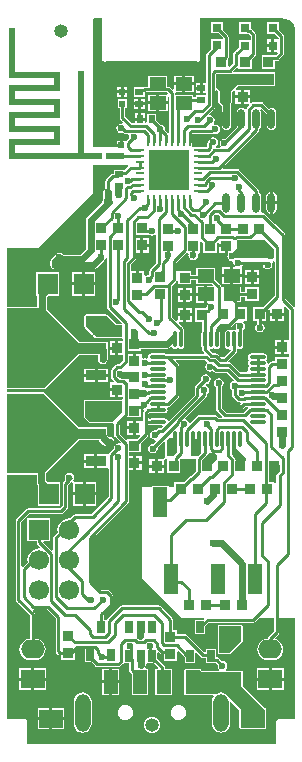
<source format=gtl>
G04*
G04 #@! TF.GenerationSoftware,Altium Limited,Altium Designer,20.0.2 (26)*
G04*
G04 Layer_Physical_Order=1*
G04 Layer_Color=255*
%FSLAX25Y25*%
%MOIN*%
G70*
G01*
G75*
%ADD20R,0.02756X0.03937*%
%ADD21O,0.03150X0.00984*%
%ADD22O,0.00984X0.03150*%
%ADD23R,0.02559X0.03937*%
%ADD24R,0.01354X0.02000*%
%ADD25R,0.03740X0.03740*%
%ADD26R,0.03937X0.03150*%
%ADD27R,0.03740X0.03740*%
%ADD28R,0.02047X0.02047*%
%ADD29R,0.02047X0.02047*%
%ADD30O,0.02362X0.06693*%
%ADD31R,0.04724X0.07874*%
%ADD32R,0.06890X0.12598*%
%ADD33R,0.06890X0.03543*%
%ADD34R,0.03150X0.03150*%
%ADD35R,0.06693X0.07087*%
%ADD36O,0.05709X0.01378*%
%ADD37O,0.01378X0.05709*%
%ADD38R,0.05512X0.04528*%
%ADD39R,0.02362X0.02362*%
%ADD40R,0.02362X0.02756*%
%ADD41R,0.02756X0.02362*%
%ADD42R,0.04724X0.09843*%
%ADD75O,0.05118X0.12598*%
%ADD76C,0.01000*%
%ADD77C,0.02362*%
%ADD78C,0.02000*%
%ADD79R,0.13386X0.13386*%
%ADD80O,0.04535X0.04429*%
%ADD81R,0.07874X0.06299*%
%ADD82C,0.01772*%
%ADD83C,0.01968*%
%ADD84O,0.07874X0.06299*%
%ADD85R,0.06693X0.06693*%
%ADD86C,0.06693*%
%ADD87C,0.02362*%
G36*
X300770Y565688D02*
X301417Y565603D01*
X302462Y565170D01*
X303359Y564481D01*
X304048Y563584D01*
X304481Y562539D01*
X304611Y561551D01*
Y469563D01*
X304111Y469412D01*
X304089Y469444D01*
X301321Y472212D01*
Y493470D01*
X301251Y493818D01*
X301054Y494114D01*
X297862Y497306D01*
X297621Y497467D01*
X294451Y500636D01*
X294156Y500834D01*
X293807Y500903D01*
X293391D01*
X293124Y501403D01*
X293157Y501452D01*
X293279Y502067D01*
Y506398D01*
X293157Y507012D01*
X292809Y507533D01*
X292555Y507703D01*
Y508264D01*
X292485Y508613D01*
X292288Y508908D01*
X285977Y515219D01*
X285682Y515417D01*
X285333Y515486D01*
X280715D01*
X280524Y515948D01*
X292318Y527741D01*
X292515Y528037D01*
X292584Y528386D01*
Y528734D01*
X292809Y528884D01*
X293157Y529405D01*
X293279Y530020D01*
Y534350D01*
X293157Y534965D01*
X292888Y535367D01*
X293276Y535686D01*
X295068Y533895D01*
Y530020D01*
X295190Y529405D01*
X295538Y528884D01*
X296059Y528536D01*
X296673Y528414D01*
X297288Y528536D01*
X297809Y528884D01*
X298157Y529405D01*
X298279Y530020D01*
Y534350D01*
X298157Y534965D01*
X297809Y535486D01*
X297288Y535834D01*
X296673Y535956D01*
X296059Y535834D01*
X295847Y535692D01*
X293986Y537554D01*
X293690Y537751D01*
X293341Y537821D01*
X290650D01*
X290301Y537751D01*
X290005Y537554D01*
X289878Y537426D01*
X289378Y537634D01*
Y539165D01*
X287508D01*
Y537295D01*
X289040D01*
X289247Y536795D01*
X288431Y535979D01*
X288233Y535683D01*
X288229Y535682D01*
X287699Y535559D01*
X287288Y535834D01*
X286673Y535956D01*
X286059Y535834D01*
X285538Y535486D01*
X285190Y534965D01*
X285068Y534350D01*
Y530020D01*
X285141Y529651D01*
X281176Y525686D01*
X281004Y525720D01*
X280389Y525598D01*
X279869Y525249D01*
X279521Y524729D01*
X279398Y524114D01*
X279521Y523500D01*
X279751Y523155D01*
X279521Y522655D01*
X278222D01*
X278070Y523155D01*
X278407Y523380D01*
X278755Y523901D01*
X278877Y524516D01*
X278755Y525130D01*
X278407Y525651D01*
X277886Y525999D01*
X277272Y526121D01*
X276657Y525999D01*
X276136Y525651D01*
X275788Y525130D01*
X275743Y524903D01*
X275502Y524743D01*
X275412Y524652D01*
X275214Y524357D01*
X275145Y524008D01*
Y522890D01*
X275123Y522868D01*
X272554D01*
X272515Y522860D01*
X272047D01*
X272007Y522852D01*
X270965D01*
X270619Y522783D01*
X270516Y522714D01*
X270155Y523075D01*
X270224Y523178D01*
X270293Y523524D01*
Y524566D01*
X270301Y524606D01*
Y527186D01*
X270353Y527238D01*
X276895D01*
X277244Y527308D01*
X277295Y527342D01*
X277313Y527330D01*
X277928Y527208D01*
X278542Y527330D01*
X279063Y527678D01*
X279411Y528199D01*
X279533Y528814D01*
X279411Y529428D01*
X279063Y529949D01*
X278542Y530297D01*
X277928Y530419D01*
X277605Y530355D01*
X277440Y530583D01*
X277357Y530816D01*
X277664Y531275D01*
X277787Y531890D01*
X277664Y532504D01*
X277316Y533025D01*
X276796Y533373D01*
X276230Y533486D01*
X276120Y533662D01*
X276007Y533971D01*
X277727Y535690D01*
X277924Y535986D01*
X277994Y536335D01*
Y541715D01*
X278456Y541906D01*
X279003Y541359D01*
Y537795D01*
X279035Y537717D01*
Y537402D01*
X279220D01*
X280086Y536536D01*
Y534441D01*
X280068Y534350D01*
Y530020D01*
X280190Y529405D01*
X280538Y528884D01*
X281059Y528536D01*
X281673Y528414D01*
X282288Y528536D01*
X282809Y528884D01*
X283157Y529405D01*
X283279Y530020D01*
Y531937D01*
X283300Y531988D01*
Y537402D01*
X283563D01*
Y537815D01*
X283595Y537894D01*
Y541359D01*
X284138Y541901D01*
X284638Y541694D01*
Y540165D01*
X286508D01*
Y542035D01*
X284979D01*
X284772Y542535D01*
X285413Y543176D01*
X297539D01*
X297618Y543209D01*
X297933D01*
Y543524D01*
X297966Y543602D01*
Y547342D01*
X297933Y547421D01*
Y547736D01*
X297618D01*
X297539Y547769D01*
X284159D01*
X283968Y548231D01*
X285130Y549393D01*
X285630Y549185D01*
Y548917D01*
X290158D01*
Y552156D01*
X291294Y553293D01*
X291492Y553588D01*
X291561Y553937D01*
Y560335D01*
X291492Y560683D01*
X291294Y560979D01*
X290105Y562168D01*
X289862Y562330D01*
Y564567D01*
X285925D01*
Y560630D01*
X288880D01*
X288968Y560612D01*
X289083D01*
X289738Y559957D01*
Y558661D01*
X285925D01*
Y556111D01*
X284198Y554385D01*
X284001Y554089D01*
X283931Y553740D01*
Y550771D01*
X282685Y549525D01*
X282185Y549732D01*
Y552375D01*
X282338Y552604D01*
X282407Y552953D01*
Y559646D01*
X282338Y559994D01*
X282140Y560290D01*
X280413Y562017D01*
Y564665D01*
X276476D01*
Y560728D01*
X279125D01*
X280585Y559268D01*
Y559189D01*
X280413Y558760D01*
X276476D01*
Y555521D01*
X275045Y554089D01*
X274847Y553794D01*
X274778Y553445D01*
Y544201D01*
X273728D01*
Y542520D01*
Y540839D01*
X274778D01*
Y540158D01*
X271457D01*
Y539592D01*
X270571D01*
Y540256D01*
X264395D01*
Y540748D01*
X264828Y541134D01*
X266921D01*
Y543398D01*
X264165D01*
Y542063D01*
X263665Y541856D01*
X262743Y542778D01*
X262447Y542976D01*
X262098Y543045D01*
X261909D01*
Y546555D01*
X255610D01*
Y543045D01*
X254424D01*
X254076Y542976D01*
X253861Y542833D01*
X253535D01*
X253447Y542815D01*
X250886D01*
Y539665D01*
X254429D01*
Y541053D01*
X254560Y541079D01*
X254775Y541223D01*
X257193D01*
X257281Y541240D01*
X260632D01*
X260720Y541223D01*
X261721D01*
X262128Y540816D01*
X261874Y540362D01*
X261574Y540362D01*
X259260D01*
Y538098D01*
X262016D01*
Y539707D01*
X262364Y539960D01*
X262516Y539993D01*
X262573Y539959D01*
Y527794D01*
X262412Y527685D01*
X262073Y527601D01*
X261199Y528476D01*
X261251Y528740D01*
X261129Y529355D01*
X260781Y529876D01*
X260260Y530224D01*
X259864Y530302D01*
X258268Y531899D01*
Y533957D01*
X255118D01*
Y531362D01*
X254641Y531004D01*
X254437Y531068D01*
Y531685D01*
X252756D01*
X251075D01*
Y530825D01*
X250090D01*
X247860Y533055D01*
Y535728D01*
X248524D01*
Y538878D01*
X245374D01*
Y535728D01*
X246038D01*
Y532677D01*
X246107Y532328D01*
X246304Y532033D01*
X247220Y531117D01*
X246974Y530656D01*
X246555Y530739D01*
X245941Y530617D01*
X245420Y530269D01*
X245072Y529748D01*
X244950Y529134D01*
X245072Y528519D01*
X245420Y527998D01*
X245941Y527650D01*
X246555Y527528D01*
X247047Y527626D01*
X247062Y527612D01*
X247358Y527414D01*
X247706Y527345D01*
X248971D01*
X249238Y526845D01*
X249205Y526796D01*
X249083Y526181D01*
X249144Y525879D01*
X248501Y525236D01*
X248079Y525047D01*
X247055D01*
Y523524D01*
X246555D01*
Y523024D01*
X245031D01*
Y522917D01*
X237226D01*
X237205Y565379D01*
X237559Y565733D01*
X240241D01*
Y552165D01*
X240302Y551858D01*
X240476Y551598D01*
X240736Y551424D01*
X241043Y551363D01*
X241351Y551424D01*
X241406Y551461D01*
X271783D01*
X271838Y551424D01*
X272146Y551363D01*
X272453Y551424D01*
X272713Y551598D01*
X272887Y551858D01*
X272949Y552165D01*
Y565733D01*
X299801Y565733D01*
X299902Y565733D01*
X300295Y565748D01*
X300770Y565688D01*
D02*
G37*
G36*
X297539Y543602D02*
X285236D01*
X283169Y541535D01*
Y537894D01*
X282874Y537598D01*
Y531988D01*
X280512D01*
Y536713D01*
X279429Y537795D01*
Y541535D01*
X278051Y542913D01*
Y547318D01*
X278058Y547325D01*
X282685D01*
X282773Y547342D01*
X297539D01*
Y543602D01*
D02*
G37*
G36*
X211205Y547980D02*
X226205D01*
Y541480D01*
X211205D01*
Y538980D01*
X226205D01*
Y532480D01*
X211205D01*
Y529980D01*
X226205D01*
Y523480D01*
X211205D01*
Y520980D01*
X232205D01*
Y548280D01*
X234205D01*
Y520980D01*
X237205D01*
Y518980D01*
X209205D01*
Y525480D01*
X224205D01*
Y527980D01*
X209205D01*
Y534480D01*
X224205D01*
Y536980D01*
X209205D01*
Y543480D01*
X224205D01*
Y545980D01*
X209205D01*
Y562480D01*
X211205D01*
Y547980D01*
D02*
G37*
G36*
X258144Y493389D02*
Y484220D01*
X256238Y482314D01*
X256040Y482018D01*
X255971Y481669D01*
Y480705D01*
X255709Y480247D01*
X255094Y480125D01*
X254839Y479954D01*
X254339Y480222D01*
Y481701D01*
X252468D01*
Y479331D01*
X251468D01*
Y481701D01*
X249829D01*
Y483776D01*
X251325Y485273D01*
X251523Y485569D01*
X251592Y485917D01*
Y487689D01*
X252945D01*
Y490059D01*
Y492429D01*
X251592D01*
Y493504D01*
X255709D01*
X255709Y493504D01*
X256204Y493492D01*
X256791Y493375D01*
X257406Y493497D01*
X257644Y493656D01*
X258144Y493389D01*
D02*
G37*
G36*
X248885Y516512D02*
X247727Y515354D01*
X244193D01*
Y514010D01*
X243905D01*
X243557Y513940D01*
X243261Y513743D01*
X241580Y512062D01*
X241383Y511766D01*
X241313Y511417D01*
Y509061D01*
X241089Y508911D01*
X240741Y508390D01*
X240619Y507776D01*
Y505499D01*
X240446Y505240D01*
X240323Y504626D01*
X240327Y504606D01*
X235282Y499561D01*
X234934Y499040D01*
X234812Y498425D01*
X234812Y498425D01*
Y489051D01*
X232800Y487039D01*
X227437D01*
X227120Y487356D01*
X226599Y487704D01*
X225984Y487826D01*
X225370Y487704D01*
X224849Y487356D01*
X224849Y487356D01*
X223373Y485880D01*
X223024Y485359D01*
X222902Y484744D01*
X222902Y484744D01*
Y483661D01*
X223024Y483047D01*
X223373Y482526D01*
X223893Y482178D01*
X224508Y482056D01*
X237303D01*
X237303Y482056D01*
X237918Y482178D01*
X238439Y482526D01*
X240801Y484888D01*
X240880Y485006D01*
X240998Y485085D01*
X241346Y485606D01*
X241396Y485859D01*
X241896Y485809D01*
Y469594D01*
X241965Y469246D01*
X242163Y468950D01*
X246801Y464312D01*
X246594Y463812D01*
X245058D01*
X242028Y466843D01*
Y467028D01*
X241712D01*
X241634Y467060D01*
X234744D01*
X234666Y467028D01*
X234350D01*
Y466712D01*
X234318Y466634D01*
Y463183D01*
X234318Y463091D01*
X234318Y463091D01*
X234350Y462697D01*
X234535D01*
X236866Y460366D01*
X237054Y460085D01*
X237335Y459897D01*
X237888Y459344D01*
X238189Y459220D01*
X246949D01*
X247120Y458758D01*
Y458177D01*
X245579D01*
Y455807D01*
Y453437D01*
X247120D01*
Y451657D01*
X245890Y450427D01*
X245284D01*
X244935Y450358D01*
X244639Y450160D01*
X243450Y448971D01*
X243253Y448675D01*
X243183Y448327D01*
Y446260D01*
X243253Y445911D01*
X243450Y445615D01*
X244206Y444860D01*
X244015Y444398D01*
X242709D01*
Y442528D01*
X245079D01*
Y442028D01*
X245579D01*
Y439657D01*
X247120D01*
Y439077D01*
X246949Y438615D01*
X234646D01*
X234344Y438490D01*
X234342Y438484D01*
X234252D01*
Y438267D01*
X234220Y438189D01*
Y432776D01*
X234344Y432474D01*
X234344Y432474D01*
X235919Y430899D01*
X236221Y430775D01*
X243602D01*
X243602Y430775D01*
X243799Y430856D01*
X244133Y430672D01*
X244258Y430547D01*
Y426995D01*
X244327Y426646D01*
X244525Y426351D01*
X246358Y424518D01*
X246111Y424057D01*
X245669Y424145D01*
X245055Y424023D01*
X244534Y423675D01*
X244186Y423154D01*
X244064Y422539D01*
X244116Y422275D01*
X242663Y420822D01*
X242497Y420573D01*
X242080Y420489D01*
X241985Y420480D01*
X241946Y420480D01*
X238591D01*
Y418209D01*
Y415937D01*
X241896D01*
X242035Y415937D01*
X242396Y415600D01*
Y406184D01*
X236630Y400419D01*
X231201D01*
X230852Y400350D01*
X230557Y400152D01*
X229456Y399052D01*
X229035Y399107D01*
X228059Y398978D01*
X227149Y398602D01*
X226368Y398002D01*
X225768Y397221D01*
X225392Y396311D01*
X225263Y395335D01*
X225376Y394479D01*
X224060Y393164D01*
X223863Y392868D01*
X223794Y392520D01*
Y388515D01*
X223332Y388324D01*
X220561Y391094D01*
X220768Y391595D01*
X222776D01*
Y399075D01*
X215295D01*
Y391595D01*
X218381D01*
Y391074D01*
X218451Y390725D01*
X218648Y390430D01*
X219532Y389546D01*
X219298Y389072D01*
X219035Y389107D01*
X218059Y388979D01*
X217149Y388602D01*
X216368Y388002D01*
X215768Y387221D01*
X215392Y386311D01*
X215263Y385335D01*
X215353Y384653D01*
X213714Y383015D01*
X213214Y383222D01*
Y397851D01*
X215929Y400565D01*
X226566D01*
X226914Y400634D01*
X227210Y400832D01*
X228597Y402219D01*
X228795Y402515D01*
X228864Y402864D01*
Y410266D01*
X229778Y411180D01*
X229945Y411213D01*
X230102Y411318D01*
X230602Y411051D01*
X230602Y410982D01*
X230602D01*
X230602Y410954D01*
Y407783D01*
X233949D01*
Y411327D01*
X230988Y411327D01*
X230974D01*
X230974D01*
X230911Y411327D01*
X230816Y411504D01*
X230643Y411827D01*
X230814Y412082D01*
X230936Y412697D01*
X230814Y413311D01*
X230466Y413832D01*
X229945Y414180D01*
X229331Y414302D01*
X228716Y414180D01*
X228195Y413832D01*
X227847Y413311D01*
X227725Y412697D01*
X227847Y412082D01*
X227950Y411929D01*
X227308Y411288D01*
X227111Y410992D01*
X227042Y410644D01*
Y403241D01*
X226188Y402388D01*
X215551D01*
X215202Y402318D01*
X214907Y402121D01*
X211659Y398873D01*
X211461Y398577D01*
X211392Y398228D01*
Y371850D01*
X211461Y371502D01*
X211659Y371206D01*
X216116Y366748D01*
Y358971D01*
X215315Y358865D01*
X214453Y358508D01*
X213713Y357941D01*
X213145Y357200D01*
X212788Y356338D01*
X212666Y355413D01*
X212788Y354488D01*
X213145Y353626D01*
X213713Y352886D01*
X214453Y352318D01*
X215315Y351961D01*
X216240Y351839D01*
X217815D01*
X218740Y351961D01*
X219602Y352318D01*
X220342Y352886D01*
X220910Y353626D01*
X221267Y354488D01*
X221389Y355413D01*
X221267Y356338D01*
X220910Y357200D01*
X220342Y357941D01*
X219602Y358508D01*
X218740Y358865D01*
X217939Y358971D01*
Y367126D01*
X217869Y367475D01*
X217672Y367770D01*
X217142Y368300D01*
X217276Y368651D01*
X217375Y368774D01*
X221670D01*
X224679Y365764D01*
Y357776D01*
Y354945D01*
X224749Y354596D01*
X224946Y354301D01*
X225532Y353715D01*
X225828Y353517D01*
X226176Y353448D01*
X226673D01*
Y351969D01*
X231201D01*
Y354518D01*
X232078Y355396D01*
X234547D01*
Y351083D01*
X236703D01*
X237938Y349848D01*
X238234Y349650D01*
X238583Y349581D01*
X245669D01*
X246018Y349650D01*
X246314Y349848D01*
X247102Y350636D01*
X247539Y350787D01*
X247539Y350787D01*
X249187D01*
Y348609D01*
X249257Y348261D01*
X249454Y347965D01*
X250040Y347379D01*
X250098Y347340D01*
Y340256D01*
X255610D01*
Y348917D01*
X254790D01*
X254523Y349417D01*
X254633Y349582D01*
X254755Y350197D01*
Y350397D01*
X255020Y350787D01*
X257570D01*
X258940Y349417D01*
X258733Y348917D01*
X257972D01*
Y340256D01*
X263484D01*
Y348917D01*
X261119D01*
Y349438D01*
X261050Y349786D01*
X260852Y350082D01*
X258609Y352325D01*
X258563Y352356D01*
Y354357D01*
X259025Y354549D01*
X259563Y354010D01*
X259859Y353813D01*
X260208Y353743D01*
X260728D01*
Y351575D01*
X265256D01*
Y354637D01*
X265718Y354828D01*
X267611Y352935D01*
X267717Y352865D01*
Y350984D01*
X271063D01*
Y354243D01*
X271525Y354435D01*
X273115Y352845D01*
X273410Y352647D01*
X273759Y352578D01*
X274803D01*
Y350984D01*
X278042D01*
X278762Y350264D01*
X278709Y350000D01*
X278832Y349385D01*
X279180Y348865D01*
X279188Y348859D01*
X279036Y348359D01*
X273503D01*
X273327Y348536D01*
Y348917D01*
X272814D01*
X272736Y348950D01*
X268012D01*
X267934Y348917D01*
X267815D01*
Y348868D01*
X267710Y348825D01*
X267586Y348524D01*
Y340650D01*
X267710Y340348D01*
X267815Y340305D01*
Y340256D01*
X267934D01*
X268012Y340224D01*
X277107D01*
X277354Y339723D01*
X277244Y339580D01*
X276946Y338861D01*
X276845Y338090D01*
Y330610D01*
X276946Y329839D01*
X277244Y329121D01*
X277717Y328504D01*
X278334Y328031D01*
X279052Y327733D01*
X279823Y327632D01*
X280594Y327733D01*
X281312Y328031D01*
X281929Y328504D01*
X282402Y329121D01*
X282700Y329839D01*
X282801Y330610D01*
Y337838D01*
X283301Y338045D01*
X285991Y335355D01*
Y329232D01*
X286024Y329154D01*
Y328839D01*
X286339D01*
X286417Y328806D01*
X294291D01*
X294370Y328839D01*
X294685D01*
Y329154D01*
X294718Y329232D01*
Y335439D01*
X294718Y335531D01*
X294718Y335531D01*
X294685Y335925D01*
X294500D01*
X287040Y343385D01*
Y347933D01*
X287008Y348011D01*
Y348346D01*
X286645D01*
X286614Y348359D01*
X281594D01*
X281442Y348859D01*
X281450Y348865D01*
X281798Y349385D01*
X281921Y350000D01*
X281798Y350615D01*
X281450Y351135D01*
X280929Y351483D01*
X280315Y351606D01*
X280050Y351553D01*
X279051Y352552D01*
X278756Y352750D01*
X278407Y352819D01*
X278150D01*
Y355709D01*
X274803D01*
Y354400D01*
X274136D01*
X268345Y360192D01*
X268050Y360389D01*
X267701Y360458D01*
X265256D01*
Y361811D01*
X263903D01*
Y365256D01*
X263834Y365605D01*
X263636Y365900D01*
X259699Y369837D01*
X259404Y370035D01*
X259055Y370104D01*
X246752D01*
X246403Y370035D01*
X246108Y369837D01*
X241875Y365605D01*
X241824Y365528D01*
X241437Y365256D01*
X240675D01*
Y366749D01*
X243656Y369730D01*
X243854Y370025D01*
X243923Y370374D01*
Y373130D01*
X243854Y373479D01*
X243656Y373774D01*
X242377Y375054D01*
X242081Y375251D01*
X241732Y375321D01*
X239944D01*
X236935Y378330D01*
Y392241D01*
X248865Y404171D01*
X249062Y404466D01*
X249132Y404815D01*
Y415248D01*
X250484D01*
Y417618D01*
Y419988D01*
X249132D01*
Y421063D01*
X253248D01*
Y424302D01*
X255369Y426423D01*
X255566Y426718D01*
X255636Y427067D01*
Y430116D01*
X256136Y430304D01*
X256172Y430279D01*
X256594Y430195D01*
X260242D01*
X260433Y429733D01*
X259957Y429258D01*
X259252D01*
X258903Y429188D01*
X258608Y428991D01*
X258040Y428423D01*
X257776Y428476D01*
X257161Y428354D01*
X256640Y428006D01*
X256292Y427485D01*
X256170Y426870D01*
X256292Y426256D01*
X256640Y425735D01*
X257161Y425387D01*
X257776Y425264D01*
X257981Y425305D01*
X258227Y424844D01*
X257321Y423939D01*
X257145Y423974D01*
X256530Y423852D01*
X256009Y423503D01*
X255661Y422983D01*
X255539Y422368D01*
X255661Y421754D01*
X256009Y421233D01*
X256530Y420885D01*
X257145Y420762D01*
X257759Y420885D01*
X258280Y421233D01*
X258628Y421754D01*
X258750Y422368D01*
X258680Y422720D01*
X260562Y424602D01*
X261024Y424410D01*
X261024Y419689D01*
X260962Y419205D01*
X260962D01*
X260962Y419205D01*
D01*
X260736Y418905D01*
X260551Y418905D01*
D01*
X260551D01*
X260551Y418905D01*
X260551Y418905D01*
X258866D01*
Y417035D01*
X260736D01*
Y418405D01*
X260736Y418418D01*
X261236Y418799D01*
X261282Y418799D01*
X261811D01*
Y414272D01*
X266339D01*
Y418799D01*
X271503Y418799D01*
X271522Y418776D01*
Y414854D01*
X269890Y413222D01*
X269890D01*
X269541Y413153D01*
X269245Y412955D01*
X267511Y411221D01*
X264272D01*
Y409646D01*
X262402Y409646D01*
Y409842D01*
X256890D01*
Y409646D01*
X253543D01*
Y379134D01*
X266634Y366043D01*
X274185D01*
X274393Y365543D01*
X274007Y365158D01*
X271260D01*
Y360433D01*
X274606D01*
Y363180D01*
X275771Y364345D01*
X290453D01*
X290802Y364414D01*
X291097Y364612D01*
X292529Y366043D01*
X297514D01*
Y361559D01*
X295616Y359660D01*
X295418Y359364D01*
X295349Y359016D01*
Y358971D01*
X294547Y358865D01*
X293686Y358508D01*
X292945Y357941D01*
X292377Y357200D01*
X292020Y356338D01*
X291899Y355413D01*
X292020Y354488D01*
X292377Y353626D01*
X292945Y352886D01*
X293686Y352318D01*
X294547Y351961D01*
X295472Y351839D01*
X297047D01*
X297972Y351961D01*
X298834Y352318D01*
X299574Y352886D01*
X300142Y353626D01*
X300499Y354488D01*
X300621Y355413D01*
X300499Y356338D01*
X300142Y357200D01*
X299574Y357941D01*
X298834Y358508D01*
X298066Y358826D01*
X297860Y359327D01*
X299069Y360537D01*
X299267Y360832D01*
X299336Y361181D01*
Y366043D01*
X304611D01*
Y332201D01*
X299114D01*
X298807Y332139D01*
X298547Y331965D01*
X298373Y331705D01*
X298311Y331398D01*
Y323933D01*
X215271D01*
Y331398D01*
X215210Y331705D01*
X215036Y331965D01*
X214776Y332139D01*
X214469Y332201D01*
X208578D01*
Y413649D01*
X218371D01*
Y411225D01*
X218371Y411224D01*
X218493Y410610D01*
X218701Y410299D01*
Y403346D01*
X226181D01*
Y411221D01*
X222251D01*
X221582Y411890D01*
Y414278D01*
X232556Y425066D01*
X239143D01*
X239219Y424953D01*
X240603Y423569D01*
X240603Y423569D01*
X241124Y423221D01*
X241738Y423099D01*
X241738Y423099D01*
X242717D01*
X243331Y423221D01*
X243852Y423569D01*
X244200Y424090D01*
X244322Y424705D01*
X244200Y425319D01*
X243852Y425840D01*
X243331Y426188D01*
X242717Y426310D01*
X242403D01*
X241962Y426752D01*
Y429035D01*
X241929Y429114D01*
Y429429D01*
X241614D01*
X241535Y429462D01*
X232558D01*
X221069Y440951D01*
X220768Y441076D01*
X208578D01*
Y442192D01*
X220866D01*
X221015Y442254D01*
X221165Y442314D01*
X232655Y453609D01*
X238847D01*
Y452067D01*
X238969Y451452D01*
X239317Y450932D01*
X239838Y450584D01*
X240453Y450461D01*
X241067Y450584D01*
X241588Y450932D01*
X241936Y451452D01*
X242058Y452067D01*
Y454032D01*
X242060Y454035D01*
Y457579D01*
X242028Y457657D01*
Y457972D01*
X241712D01*
X241634Y458005D01*
X232657D01*
X221732Y468930D01*
Y472807D01*
X222251Y473327D01*
X225787D01*
Y481201D01*
X218307D01*
Y473327D01*
X218520D01*
Y469619D01*
X208578D01*
Y489075D01*
X218701D01*
X237215Y507589D01*
X237226Y517012D01*
X248677D01*
X248885Y516512D01*
D02*
G37*
G36*
X297342Y488976D02*
Y485925D01*
X285686D01*
X285531Y485956D01*
X285377Y485925D01*
X283407D01*
X283366Y486024D01*
Y487402D01*
X283661Y487697D01*
X283858D01*
Y487894D01*
X285335Y489370D01*
Y491813D01*
X289673D01*
X290022Y491883D01*
X290092Y491929D01*
X294390D01*
X297342Y488976D01*
D02*
G37*
G36*
X273917Y490936D02*
Y487697D01*
X278445D01*
Y490918D01*
X278777Y491190D01*
X279224Y490997D01*
Y490461D01*
X281594D01*
Y489961D01*
X282095D01*
Y487136D01*
X282119Y487090D01*
X282080Y487032D01*
X281957Y486417D01*
X282080Y485803D01*
X282428Y485282D01*
X282948Y484934D01*
X283510Y484822D01*
X283667Y484746D01*
X283948Y484465D01*
X283926Y484350D01*
X284048Y483736D01*
X284350Y483284D01*
X284273Y483005D01*
X284142Y482784D01*
X283964D01*
Y480520D01*
X286720D01*
Y482784D01*
X286720Y482784D01*
X286717Y482980D01*
X287149Y483439D01*
X293813D01*
X293891Y483047D01*
X294239Y482526D01*
X294760Y482178D01*
X295374Y482056D01*
X295988Y482178D01*
X296509Y482526D01*
X296858Y483047D01*
X296980Y483661D01*
X296858Y484276D01*
X297135Y484688D01*
X297228Y484721D01*
X297719Y484394D01*
Y473417D01*
X293692Y469390D01*
X290453D01*
Y464862D01*
X291805D01*
Y463916D01*
X291680Y463832D01*
X291332Y463311D01*
X291209Y462697D01*
X291332Y462082D01*
X291680Y461561D01*
X292200Y461213D01*
X292815Y461091D01*
X293429Y461213D01*
X293950Y461561D01*
X294298Y462082D01*
X294421Y462697D01*
X294298Y463311D01*
X293950Y463832D01*
X293628Y464048D01*
Y464862D01*
X294980D01*
Y468101D01*
X295593Y468714D01*
X296055Y468523D01*
Y467626D01*
X298425D01*
X300795D01*
Y469453D01*
X301179Y469776D01*
X302534Y468422D01*
Y458571D01*
X300697D01*
Y456201D01*
Y453831D01*
X302534D01*
Y453226D01*
X302461Y452756D01*
X297933D01*
Y451403D01*
X296850D01*
X296502Y451334D01*
X296206Y451136D01*
X295745Y450676D01*
X295284Y450922D01*
X295297Y450984D01*
X295213Y451407D01*
X295063Y451631D01*
X295007Y451968D01*
X295063Y452306D01*
X295213Y452530D01*
X295297Y452953D01*
X295213Y453375D01*
X294973Y453733D01*
X294615Y453973D01*
X294193Y454057D01*
X289862D01*
X289440Y453973D01*
X289082Y453733D01*
X288842Y453375D01*
X288758Y452953D01*
X288842Y452530D01*
X288992Y452306D01*
X289048Y451968D01*
X288992Y451631D01*
X288842Y451407D01*
X288758Y450984D01*
X288842Y450562D01*
X289082Y450204D01*
Y449796D01*
X288842Y449438D01*
X288758Y449016D01*
X288842Y448593D01*
X288932Y448458D01*
X288665Y447958D01*
X286204D01*
X283223Y450940D01*
X282927Y451137D01*
X282579Y451206D01*
X282533D01*
X282326Y451707D01*
X284896Y454277D01*
X285094Y454573D01*
X285163Y454921D01*
Y455398D01*
X285663Y455665D01*
X285798Y455575D01*
X286221Y455491D01*
X286643Y455575D01*
X287001Y455814D01*
X287240Y456172D01*
X287324Y456595D01*
Y460925D01*
X287240Y461348D01*
X287291Y461846D01*
X287454Y461955D01*
X287802Y462476D01*
X287925Y463091D01*
X287802Y463705D01*
X287454Y464226D01*
X287250Y464362D01*
X287402Y464862D01*
X288386D01*
Y469390D01*
X285663D01*
Y471063D01*
X286614D01*
Y472809D01*
X287992D01*
Y471654D01*
X292520D01*
Y476181D01*
X287992D01*
Y474663D01*
X287945Y474632D01*
X286614D01*
Y476378D01*
X280315D01*
X280315Y476378D01*
X279891Y476561D01*
X279877Y476628D01*
X279680Y476924D01*
X277953Y478651D01*
Y482677D01*
X271654D01*
Y480340D01*
X269980D01*
Y481595D01*
X265453D01*
Y481595D01*
X264986Y481675D01*
Y484367D01*
X268255Y487635D01*
X268776Y487601D01*
X269042Y487197D01*
X268965Y486811D01*
X269087Y486197D01*
X269436Y485676D01*
X269956Y485328D01*
X270571Y485205D01*
X271185Y485328D01*
X271706Y485676D01*
X272054Y486197D01*
X272177Y486811D01*
X272100Y487197D01*
X272428Y487697D01*
X272835D01*
Y491365D01*
X273297Y491557D01*
X273917Y490936D01*
D02*
G37*
G36*
X271654Y477362D02*
X276664D01*
X277080Y476946D01*
X276889Y476484D01*
X275303D01*
Y473721D01*
Y470924D01*
X275414Y470735D01*
X275492Y470457D01*
X275190Y470004D01*
X275068Y469390D01*
X274597Y469193D01*
X271161D01*
Y464665D01*
X273498D01*
Y461510D01*
X273390Y461348D01*
X273306Y460925D01*
Y456595D01*
X273390Y456172D01*
X273498Y456009D01*
Y455413D01*
X273568Y455065D01*
X273765Y454769D01*
X274208Y454326D01*
X274017Y453864D01*
X262106D01*
X262106Y453864D01*
X262106Y453864D01*
X261510D01*
X261348Y453973D01*
X260925Y454057D01*
X256594D01*
X256172Y453973D01*
X255814Y453733D01*
X255575Y453375D01*
X255491Y452953D01*
X255555Y452629D01*
X255312Y452387D01*
X255150Y452298D01*
X255044Y452369D01*
X254429Y452492D01*
X253854Y452377D01*
X253736Y452388D01*
X253354Y452592D01*
Y453945D01*
X251484D01*
Y451575D01*
X250484D01*
Y453945D01*
X248943D01*
Y455020D01*
X253248D01*
Y455678D01*
X261811D01*
X261811Y455678D01*
X262425Y455800D01*
X262946Y456148D01*
X263026Y456228D01*
X263237Y456205D01*
X263599Y456094D01*
X263786Y455814D01*
X264144Y455575D01*
X264567Y455491D01*
X264989Y455575D01*
X265213Y455724D01*
X265551Y455780D01*
X265889Y455724D01*
X266113Y455575D01*
X266535Y455491D01*
X266958Y455575D01*
X267316Y455814D01*
X267555Y456172D01*
X267639Y456595D01*
Y460925D01*
X267555Y461348D01*
X267348Y461657D01*
Y462111D01*
X267279Y462460D01*
X267081Y462755D01*
X265778Y464059D01*
X265985Y464559D01*
X267216D01*
Y466429D01*
X265347D01*
Y465197D01*
X264846Y464990D01*
X263510Y466327D01*
Y476689D01*
X264719Y477899D01*
X264917Y478195D01*
X264953Y478376D01*
X265453Y478327D01*
Y477067D01*
X269980D01*
Y478518D01*
X271654D01*
Y477362D01*
D02*
G37*
G36*
X285115Y464123D02*
X284836Y463705D01*
X284713Y463091D01*
X284836Y462476D01*
X284906Y462370D01*
X284818Y462208D01*
X284576Y461965D01*
X284252Y462029D01*
X283829Y461945D01*
X283606Y461795D01*
X283268Y461739D01*
X282930Y461795D01*
X282706Y461945D01*
X282283Y462029D01*
X281861Y461945D01*
X281503Y461706D01*
X281264Y461348D01*
X281180Y460925D01*
Y456595D01*
X281264Y456172D01*
X281503Y455814D01*
X281861Y455575D01*
X282283Y455491D01*
X282452Y455524D01*
X282959Y455242D01*
X283009Y455176D01*
X283036Y454994D01*
X280914Y452872D01*
X279833D01*
X278885Y453820D01*
X278589Y454018D01*
X278240Y454087D01*
X277024D01*
X276069Y455042D01*
X276316Y455503D01*
X276378Y455491D01*
X276800Y455575D01*
X277158Y455814D01*
X277566D01*
X277924Y455575D01*
X278346Y455491D01*
X278769Y455575D01*
X279127Y455814D01*
X279366Y456172D01*
X279450Y456595D01*
Y460925D01*
X279366Y461348D01*
X279330Y461402D01*
Y461801D01*
X280286Y462757D01*
X282664D01*
X283013Y462826D01*
X283309Y463024D01*
X284726Y464442D01*
X285115Y464123D01*
D02*
G37*
G36*
X244882Y463386D02*
X246949D01*
Y459646D01*
X238189D01*
X234744Y463091D01*
Y466634D01*
X241634D01*
X244882Y463386D01*
D02*
G37*
G36*
X232480Y457579D02*
X241634D01*
Y454035D01*
X232480D01*
X220866Y442618D01*
X208578D01*
Y469193D01*
X220866D01*
X232480Y457579D01*
D02*
G37*
G36*
X275190Y451373D02*
X275156Y450749D01*
X275144Y450742D01*
X274796Y450221D01*
X274674Y449606D01*
X274796Y448992D01*
X275144Y448471D01*
X275665Y448123D01*
X276279Y448001D01*
X276894Y448123D01*
X277232Y448349D01*
X277604Y447978D01*
X277899Y447780D01*
X278248Y447711D01*
X281691D01*
X284057Y445345D01*
X283892Y444802D01*
X283834Y444791D01*
X283313Y444443D01*
X282965Y443922D01*
X282843Y443307D01*
X282965Y442693D01*
X283313Y442172D01*
X283538Y442022D01*
Y440274D01*
X283607Y439926D01*
X283804Y439630D01*
X285209Y438226D01*
X285505Y438028D01*
X285853Y437959D01*
X286246D01*
X286453Y437459D01*
X285835Y436841D01*
X285576Y436668D01*
X285379Y436372D01*
X285309Y436024D01*
X285379Y435675D01*
X285576Y435379D01*
X285872Y435182D01*
X286221Y435112D01*
X286306D01*
X286655Y435182D01*
X286951Y435379D01*
X287865Y436294D01*
X288665D01*
X288676Y436283D01*
X288778Y436132D01*
X288861Y435793D01*
X287443Y434376D01*
X281677D01*
X280045Y436007D01*
Y442908D01*
X280269Y443057D01*
X280617Y443578D01*
X280739Y444193D01*
X280617Y444807D01*
X280269Y445328D01*
X279748Y445676D01*
X279134Y445799D01*
X278519Y445676D01*
X277998Y445328D01*
X277650Y444807D01*
X277528Y444193D01*
X277650Y443578D01*
X277998Y443057D01*
X278223Y442908D01*
Y435630D01*
X278292Y435281D01*
X278489Y434986D01*
X280273Y433203D01*
X280065Y432702D01*
X278921D01*
X278400Y433223D01*
X278105Y433421D01*
X277756Y433490D01*
X272422D01*
X272074Y433421D01*
X271778Y433223D01*
X269557Y431002D01*
X269015Y431167D01*
X269003Y431225D01*
X268655Y431746D01*
X268134Y432094D01*
X268076Y432105D01*
X267912Y432648D01*
X274857Y439593D01*
X275054Y439889D01*
X275124Y440237D01*
Y440447D01*
X275348Y440597D01*
X275696Y441118D01*
X275818Y441732D01*
X275696Y442347D01*
X275348Y442868D01*
X274890Y443174D01*
X274802Y443517D01*
X274784Y443734D01*
X274922Y443890D01*
X275418Y443989D01*
X275939Y444337D01*
X276287Y444858D01*
X276409Y445472D01*
X276287Y446087D01*
X275939Y446608D01*
X275418Y446956D01*
X274803Y447078D01*
X274189Y446956D01*
X273668Y446608D01*
X273320Y446087D01*
X273198Y445472D01*
X273250Y445208D01*
X271304Y443262D01*
X271107Y442967D01*
X271038Y442618D01*
Y440338D01*
X262417Y431717D01*
X261853Y431860D01*
X261706Y432080D01*
X261348Y432319D01*
X260925Y432403D01*
X256594D01*
X256172Y432319D01*
X256136Y432295D01*
X255636Y432482D01*
Y433875D01*
X255988Y434227D01*
X256157D01*
X256172Y434216D01*
X256594Y434132D01*
X260925D01*
X261348Y434216D01*
X261706Y434456D01*
X261945Y434814D01*
X262029Y435236D01*
X261945Y435659D01*
X261855Y435793D01*
X262106Y436294D01*
X262455Y436363D01*
X262751Y436560D01*
X265711Y439521D01*
X265909Y439817D01*
X265978Y440165D01*
Y449874D01*
X265945Y450040D01*
X265915Y450206D01*
X265911Y450213D01*
X265909Y450222D01*
X265815Y450363D01*
X265724Y450505D01*
X264689Y451581D01*
X264885Y452041D01*
X274522D01*
X275190Y451373D01*
D02*
G37*
G36*
X253938Y435461D02*
X254102Y434918D01*
X254080Y434896D01*
X253883Y434601D01*
X253813Y434252D01*
Y431800D01*
X253354Y431701D01*
X253354Y431701D01*
X253354Y431701D01*
X251484D01*
Y429331D01*
Y426961D01*
X252676D01*
X252868Y426499D01*
X251959Y425591D01*
X248721D01*
Y425386D01*
X248258Y425194D01*
X246080Y427372D01*
Y430225D01*
X248341Y432485D01*
X248721Y432776D01*
X253248D01*
Y435419D01*
X253555D01*
X253851Y435478D01*
X253938Y435461D01*
D02*
G37*
G36*
X246949Y434547D02*
X243602Y431201D01*
X236221D01*
X234646Y432776D01*
Y438189D01*
X246949D01*
Y434547D01*
D02*
G37*
G36*
X265059Y425794D02*
X265059Y421063D01*
X263976Y419980D01*
X261811Y419980D01*
X261811Y425000D01*
X262604Y425794D01*
X265059Y425794D01*
D02*
G37*
G36*
X273031Y425394D02*
Y420768D01*
X272244Y419882D01*
X269882D01*
Y424902D01*
X270472Y425492D01*
X272933D01*
X273031Y425394D01*
D02*
G37*
G36*
X284941Y422539D02*
X288189Y419291D01*
Y418110D01*
X284744D01*
X283563Y420709D01*
Y424114D01*
X284941D01*
Y422539D01*
D02*
G37*
G36*
X277145Y420750D02*
X277773D01*
X278543Y419980D01*
Y418799D01*
X278543Y418799D01*
X278346D01*
Y418602D01*
X276575Y416831D01*
X273344D01*
Y418398D01*
X275054Y420108D01*
X275104Y420182D01*
X275689Y420768D01*
X277057D01*
X277145Y420750D01*
D02*
G37*
G36*
X232382Y429035D02*
X241535D01*
Y425492D01*
X232382D01*
X220768Y414075D01*
X208578D01*
Y440650D01*
X220768D01*
X232382Y429035D01*
D02*
G37*
G36*
X296850Y416831D02*
X299490D01*
Y414747D01*
X298130Y413484D01*
Y411024D01*
X297441D01*
Y411221D01*
X295768D01*
Y415945D01*
X296752Y416929D01*
X296850Y416831D01*
D02*
G37*
G36*
X273327Y347933D02*
X286614D01*
Y344882D01*
Y343209D01*
X294291Y335531D01*
Y329232D01*
X286417D01*
Y335531D01*
X282425Y339524D01*
X282402Y339580D01*
X281929Y340196D01*
X281338Y340650D01*
X281312Y340670D01*
X280594Y340967D01*
X279823Y341069D01*
X279052Y340967D01*
X278334Y340670D01*
X278308Y340650D01*
X268012D01*
Y348524D01*
X272736D01*
X273327Y347933D01*
D02*
G37*
%LPC*%
G36*
X296646Y558768D02*
X295071D01*
Y557193D01*
X296646D01*
Y558768D01*
D02*
G37*
G36*
Y556193D02*
X295071D01*
Y554618D01*
X296646D01*
Y556193D01*
D02*
G37*
G36*
X299114Y564567D02*
X295177D01*
Y560630D01*
X297826D01*
X299089Y559367D01*
Y558768D01*
X297646D01*
Y556693D01*
Y554618D01*
X298488D01*
X298696Y554118D01*
X298040Y553462D01*
X297039D01*
X296951Y553445D01*
X293406D01*
Y548917D01*
X297933D01*
Y551640D01*
X298417D01*
X298766Y551709D01*
X299062Y551907D01*
X300644Y553489D01*
X300842Y553785D01*
X300911Y554134D01*
Y559744D01*
X300842Y560093D01*
X300644Y560388D01*
X299114Y561919D01*
Y564567D01*
D02*
G37*
G36*
X270677Y546661D02*
X267921D01*
Y544398D01*
X270677D01*
Y546661D01*
D02*
G37*
G36*
X266921D02*
X264165D01*
Y544398D01*
X266921D01*
Y546661D01*
D02*
G37*
G36*
X272728Y544201D02*
X271350D01*
Y543020D01*
X272728D01*
Y544201D01*
D02*
G37*
G36*
X248630Y542921D02*
X247449D01*
Y541740D01*
X248630D01*
Y542921D01*
D02*
G37*
G36*
X246449D02*
X245268D01*
Y541740D01*
X246449D01*
Y542921D01*
D02*
G37*
G36*
X270677Y543398D02*
X267921D01*
Y541134D01*
X270677D01*
Y543398D01*
D02*
G37*
G36*
X272728Y542020D02*
X271350D01*
Y540839D01*
X272728D01*
Y542020D01*
D02*
G37*
G36*
X289378Y542035D02*
X287508D01*
Y540165D01*
X289378D01*
Y542035D01*
D02*
G37*
G36*
X248630Y540740D02*
X247449D01*
Y539559D01*
X248630D01*
Y540740D01*
D02*
G37*
G36*
X246449D02*
X245268D01*
Y539559D01*
X246449D01*
Y540740D01*
D02*
G37*
G36*
X258260Y540362D02*
X255504D01*
Y538098D01*
X258260D01*
Y540362D01*
D02*
G37*
G36*
X254535Y538984D02*
X253157D01*
Y537803D01*
X254535D01*
Y538984D01*
D02*
G37*
G36*
X252157D02*
X250780D01*
Y537803D01*
X252157D01*
Y538984D01*
D02*
G37*
G36*
X286508Y539165D02*
X284638D01*
Y537295D01*
X286508D01*
Y539165D01*
D02*
G37*
G36*
X254535Y536803D02*
X253157D01*
Y535622D01*
X254535D01*
Y536803D01*
D02*
G37*
G36*
X252157D02*
X250780D01*
Y535622D01*
X252157D01*
Y536803D01*
D02*
G37*
G36*
X262016Y537098D02*
X259260D01*
Y534835D01*
X262016D01*
Y537098D01*
D02*
G37*
G36*
X258260D02*
X255504D01*
Y534835D01*
X258260D01*
Y537098D01*
D02*
G37*
G36*
X254437Y534063D02*
X253256D01*
Y532685D01*
X254437D01*
Y534063D01*
D02*
G37*
G36*
X252256D02*
X251075D01*
Y532685D01*
X252256D01*
Y534063D01*
D02*
G37*
G36*
X246055Y525047D02*
X245031D01*
Y524024D01*
X246055D01*
Y525047D01*
D02*
G37*
G36*
X297173Y508012D02*
Y504732D01*
X298387D01*
Y506398D01*
X298257Y507054D01*
X297885Y507610D01*
X297329Y507981D01*
X297173Y508012D01*
D02*
G37*
G36*
X296173Y508012D02*
X296017Y507981D01*
X295461Y507610D01*
X295090Y507054D01*
X294959Y506398D01*
Y504732D01*
X296173D01*
Y508012D01*
D02*
G37*
G36*
X298387Y503732D02*
X297173D01*
Y500452D01*
X297329Y500483D01*
X297885Y500855D01*
X298257Y501411D01*
X298387Y502067D01*
Y503732D01*
D02*
G37*
G36*
X296173D02*
X294959D01*
Y502067D01*
X295090Y501411D01*
X295461Y500855D01*
X296017Y500483D01*
X296173Y500452D01*
Y503732D01*
D02*
G37*
G36*
X255815Y492429D02*
X253945D01*
Y490559D01*
X255815D01*
Y492429D01*
D02*
G37*
G36*
Y489559D02*
X253945D01*
Y487689D01*
X255815D01*
Y489559D01*
D02*
G37*
G36*
X237902Y481307D02*
X234555D01*
Y477764D01*
X237902D01*
Y481307D01*
D02*
G37*
G36*
X233555D02*
X230209D01*
Y477764D01*
X233555D01*
Y481307D01*
D02*
G37*
G36*
X237902Y476764D02*
X234555D01*
Y473220D01*
X237902D01*
Y476764D01*
D02*
G37*
G36*
X233555D02*
X230209D01*
Y473220D01*
X233555D01*
Y476764D01*
D02*
G37*
G36*
X244579Y458177D02*
X242709D01*
Y456307D01*
X244579D01*
Y458177D01*
D02*
G37*
G36*
Y455307D02*
X242709D01*
Y453437D01*
X244579D01*
Y455307D01*
D02*
G37*
G36*
X242134Y449024D02*
X238689D01*
Y447252D01*
X242134D01*
Y449024D01*
D02*
G37*
G36*
X237689D02*
X234244D01*
Y447252D01*
X237689D01*
Y449024D01*
D02*
G37*
G36*
X242134Y446252D02*
X238689D01*
Y444480D01*
X242134D01*
Y446252D01*
D02*
G37*
G36*
X237689D02*
X234244D01*
Y444480D01*
X237689D01*
Y446252D01*
D02*
G37*
G36*
X244579Y441528D02*
X242709D01*
Y439657D01*
X244579D01*
Y441528D01*
D02*
G37*
G36*
X237591Y420480D02*
X234146D01*
Y418709D01*
X237591D01*
Y420480D01*
D02*
G37*
G36*
X253354Y419988D02*
X251484D01*
Y418118D01*
X253354D01*
Y419988D01*
D02*
G37*
G36*
X257866Y418905D02*
X255996D01*
Y417035D01*
X257866D01*
Y418905D01*
D02*
G37*
G36*
X237591Y417709D02*
X234146D01*
Y415937D01*
X237591D01*
Y417709D01*
D02*
G37*
G36*
X253354Y417118D02*
X251484D01*
Y415248D01*
X253354D01*
Y417118D01*
D02*
G37*
G36*
X260736Y416035D02*
X258866D01*
Y414165D01*
X260736D01*
Y416035D01*
D02*
G37*
G36*
X257866D02*
X255996D01*
Y414165D01*
X257866D01*
Y416035D01*
D02*
G37*
G36*
X234949Y411327D02*
Y407783D01*
X238295D01*
Y411327D01*
X234949D01*
D02*
G37*
G36*
X238295Y406783D02*
X234949D01*
Y403240D01*
X238295D01*
Y406783D01*
D02*
G37*
G36*
X233949D02*
X230602D01*
Y403240D01*
X233949D01*
Y406783D01*
D02*
G37*
G36*
X286614Y363615D02*
X279134D01*
X278833Y363490D01*
X278708Y363189D01*
Y354331D01*
X278833Y354029D01*
X279134Y353905D01*
X282579D01*
X282579Y353905D01*
X282880Y354029D01*
X286804Y357953D01*
X287008D01*
Y358288D01*
X287040Y358366D01*
Y363189D01*
X286915Y363490D01*
X286614Y363615D01*
D02*
G37*
G36*
X300697Y349063D02*
X296760D01*
Y345913D01*
X300697D01*
Y349063D01*
D02*
G37*
G36*
X221465D02*
X217528D01*
Y345913D01*
X221465D01*
Y349063D01*
D02*
G37*
G36*
X295760D02*
X291823D01*
Y345913D01*
X295760D01*
Y349063D01*
D02*
G37*
G36*
X216528D02*
X212591D01*
Y345913D01*
X216528D01*
Y349063D01*
D02*
G37*
G36*
X245874Y349024D02*
X243512D01*
Y345087D01*
X245874D01*
Y349024D01*
D02*
G37*
G36*
X242512D02*
X240150D01*
Y345087D01*
X242512D01*
Y349024D01*
D02*
G37*
G36*
X300697Y344913D02*
X296760D01*
Y341764D01*
X300697D01*
Y344913D01*
D02*
G37*
G36*
X295760D02*
X291823D01*
Y341764D01*
X295760D01*
Y344913D01*
D02*
G37*
G36*
X221465D02*
X217528D01*
Y341764D01*
X221465D01*
Y344913D01*
D02*
G37*
G36*
X216528D02*
X212591D01*
Y341764D01*
X216528D01*
Y344913D01*
D02*
G37*
G36*
X245874Y344087D02*
X243512D01*
Y340150D01*
X245874D01*
Y344087D01*
D02*
G37*
G36*
X242512D02*
X240150D01*
Y340150D01*
X242512D01*
Y344087D01*
D02*
G37*
G36*
X227567Y336032D02*
X223630D01*
Y332882D01*
X227567D01*
Y336032D01*
D02*
G37*
G36*
X222630D02*
X218693D01*
Y332882D01*
X222630D01*
Y336032D01*
D02*
G37*
G36*
X265650Y336931D02*
X264982Y336844D01*
X264359Y336586D01*
X263825Y336175D01*
X263414Y335641D01*
X263156Y335018D01*
X263069Y334350D01*
X263156Y333682D01*
X263414Y333060D01*
X263825Y332525D01*
X264359Y332115D01*
X264982Y331857D01*
X265650Y331769D01*
X266318Y331857D01*
X266940Y332115D01*
X267475Y332525D01*
X267885Y333060D01*
X268143Y333682D01*
X268231Y334350D01*
X268143Y335018D01*
X267885Y335641D01*
X267475Y336175D01*
X266940Y336586D01*
X266318Y336844D01*
X265650Y336931D01*
D02*
G37*
G36*
X247933D02*
X247265Y336844D01*
X246642Y336586D01*
X246108Y336175D01*
X245698Y335641D01*
X245440Y335018D01*
X245352Y334350D01*
X245440Y333682D01*
X245698Y333060D01*
X246108Y332525D01*
X246642Y332115D01*
X247265Y331857D01*
X247933Y331769D01*
X248601Y331857D01*
X249224Y332115D01*
X249758Y332525D01*
X250168Y333060D01*
X250426Y333682D01*
X250514Y334350D01*
X250426Y335018D01*
X250168Y335641D01*
X249758Y336175D01*
X249224Y336586D01*
X248601Y336844D01*
X247933Y336931D01*
D02*
G37*
G36*
X227567Y331882D02*
X223630D01*
Y328732D01*
X227567D01*
Y331882D01*
D02*
G37*
G36*
X222630D02*
X218693D01*
Y328732D01*
X222630D01*
Y331882D01*
D02*
G37*
G36*
X233760Y341069D02*
X232989Y340967D01*
X232271Y340670D01*
X231654Y340196D01*
X231181Y339580D01*
X230883Y338861D01*
X230782Y338090D01*
Y330610D01*
X230883Y329839D01*
X231181Y329121D01*
X231654Y328504D01*
X232271Y328031D01*
X232989Y327733D01*
X233760Y327632D01*
X234531Y327733D01*
X235249Y328031D01*
X235866Y328504D01*
X236339Y329121D01*
X236637Y329839D01*
X236738Y330610D01*
Y338090D01*
X236637Y338861D01*
X236339Y339580D01*
X235866Y340196D01*
X235249Y340670D01*
X234531Y340967D01*
X233760Y341069D01*
D02*
G37*
G36*
X256791Y332901D02*
X256097Y332809D01*
X255449Y332541D01*
X254893Y332115D01*
X254467Y331559D01*
X254198Y330911D01*
X254107Y330217D01*
X254198Y329522D01*
X254467Y328874D01*
X254893Y328318D01*
X255449Y327892D01*
X256097Y327624D01*
X256791Y327532D01*
X257486Y327624D01*
X258134Y327892D01*
X258689Y328318D01*
X259116Y328874D01*
X259384Y329522D01*
X259476Y330217D01*
X259384Y330911D01*
X259116Y331559D01*
X258689Y332115D01*
X258134Y332541D01*
X257486Y332809D01*
X256791Y332901D01*
D02*
G37*
%LPD*%
G36*
X286614Y358366D02*
X282579Y354331D01*
X279134D01*
Y363189D01*
X286614D01*
Y358366D01*
D02*
G37*
%LPC*%
G36*
X281095Y489461D02*
X279224D01*
Y487591D01*
X281095D01*
Y489461D01*
D02*
G37*
G36*
X282964Y482784D02*
X280209D01*
Y480520D01*
X282964D01*
Y482784D01*
D02*
G37*
G36*
X292626Y481996D02*
X290756D01*
Y480126D01*
X292626D01*
Y481996D01*
D02*
G37*
G36*
X289756D02*
X287886D01*
Y480126D01*
X289756D01*
Y481996D01*
D02*
G37*
G36*
X286720Y479520D02*
X283964D01*
Y477256D01*
X286720D01*
Y479520D01*
D02*
G37*
G36*
X282964D02*
X280209D01*
Y477256D01*
X282964D01*
Y479520D01*
D02*
G37*
G36*
X292626Y479126D02*
X290756D01*
Y477256D01*
X292626D01*
Y479126D01*
D02*
G37*
G36*
X289756D02*
X287886D01*
Y477256D01*
X289756D01*
Y479126D01*
D02*
G37*
G36*
X300795Y466626D02*
X298925D01*
Y464756D01*
X300795D01*
Y466626D01*
D02*
G37*
G36*
X297925D02*
X296055D01*
Y464756D01*
X297925D01*
Y466626D01*
D02*
G37*
G36*
X299697Y458571D02*
X297827D01*
Y456701D01*
X299697D01*
Y458571D01*
D02*
G37*
G36*
Y455701D02*
X297827D01*
Y453831D01*
X299697D01*
Y455701D01*
D02*
G37*
G36*
X274303Y476484D02*
X271547D01*
Y474221D01*
X274303D01*
Y476484D01*
D02*
G37*
G36*
X270087Y475992D02*
X268216D01*
Y474122D01*
X270087D01*
Y475992D01*
D02*
G37*
G36*
X267216D02*
X265347D01*
Y474122D01*
X267216D01*
Y475992D01*
D02*
G37*
G36*
X270087Y473122D02*
X268216D01*
Y471252D01*
X270087D01*
Y473122D01*
D02*
G37*
G36*
X267216D02*
X265347D01*
Y471252D01*
X267216D01*
Y473122D01*
D02*
G37*
G36*
X274303Y473220D02*
X271547D01*
Y470957D01*
X274303D01*
Y473220D01*
D02*
G37*
G36*
X270087Y469299D02*
X268216D01*
Y467429D01*
X270087D01*
Y469299D01*
D02*
G37*
G36*
X267216D02*
X265347D01*
Y467429D01*
X267216D01*
Y469299D01*
D02*
G37*
G36*
X270087Y466429D02*
X268216D01*
Y464559D01*
X270087D01*
Y466429D01*
D02*
G37*
G36*
X250484Y431701D02*
X248614D01*
Y429831D01*
X250484D01*
Y431701D01*
D02*
G37*
G36*
Y428831D02*
X248614D01*
Y426961D01*
X250484D01*
Y428831D01*
D02*
G37*
%LPD*%
D20*
X256791Y362992D02*
D03*
X253051D02*
D03*
X249311D02*
D03*
Y353150D02*
D03*
X253051D02*
D03*
X256791D02*
D03*
D21*
X252953Y508169D02*
D03*
Y521949D02*
D03*
Y519980D02*
D03*
Y518012D02*
D03*
Y516043D02*
D03*
Y514075D02*
D03*
Y512106D02*
D03*
Y510138D02*
D03*
X272047Y508169D02*
D03*
Y510138D02*
D03*
Y512106D02*
D03*
Y514075D02*
D03*
Y516043D02*
D03*
Y518012D02*
D03*
Y519980D02*
D03*
Y521949D02*
D03*
D22*
X255610Y505512D02*
D03*
X257579D02*
D03*
X259547D02*
D03*
X261516D02*
D03*
X263484D02*
D03*
X265453D02*
D03*
X267421D02*
D03*
X269390D02*
D03*
Y524606D02*
D03*
X267421D02*
D03*
X265453D02*
D03*
X263484D02*
D03*
X261516D02*
D03*
X259547D02*
D03*
X257579D02*
D03*
X255610D02*
D03*
D23*
X236221Y353445D02*
D03*
X243307D02*
D03*
X239764Y362894D02*
D03*
X272933Y362795D02*
D03*
X276476Y353346D02*
D03*
X269390D02*
D03*
D24*
X237205Y519980D02*
D03*
D25*
X287008Y539665D02*
D03*
X281299D02*
D03*
X291929Y416535D02*
D03*
X297638D02*
D03*
X286319D02*
D03*
X280610D02*
D03*
X258366D02*
D03*
X264075D02*
D03*
X267717Y466929D02*
D03*
X273425D02*
D03*
X269488Y416535D02*
D03*
X275197D02*
D03*
X298425Y467126D02*
D03*
X292717D02*
D03*
X274803Y370079D02*
D03*
X269094D02*
D03*
X289469Y408957D02*
D03*
X295177D02*
D03*
X272244D02*
D03*
X266535D02*
D03*
X280413Y467126D02*
D03*
X286122D02*
D03*
X286811Y370079D02*
D03*
X281102D02*
D03*
X277953Y408957D02*
D03*
X283661D02*
D03*
D26*
X284646Y359921D02*
D03*
Y346378D02*
D03*
D27*
X267717Y473622D02*
D03*
Y479331D02*
D03*
X290256Y479626D02*
D03*
Y473917D02*
D03*
X300197Y456201D02*
D03*
Y450492D02*
D03*
X250984Y446161D02*
D03*
Y440453D02*
D03*
Y451575D02*
D03*
Y457283D02*
D03*
X300197Y427854D02*
D03*
Y433563D02*
D03*
Y439173D02*
D03*
Y444882D02*
D03*
X245079Y442028D02*
D03*
Y436319D02*
D03*
X250984Y429331D02*
D03*
Y435039D02*
D03*
X245079Y455807D02*
D03*
Y461516D02*
D03*
X253445Y490059D02*
D03*
Y495768D02*
D03*
X292618Y489961D02*
D03*
Y495669D02*
D03*
X287894Y545472D02*
D03*
Y551181D02*
D03*
X250984Y417618D02*
D03*
Y423327D02*
D03*
X259646Y473721D02*
D03*
Y479429D02*
D03*
X279921Y545472D02*
D03*
Y551181D02*
D03*
X276181Y489961D02*
D03*
Y495669D02*
D03*
X251969Y479331D02*
D03*
Y473622D02*
D03*
X281594Y489961D02*
D03*
Y495669D02*
D03*
X295669Y551181D02*
D03*
Y545472D02*
D03*
X245571Y490059D02*
D03*
Y495768D02*
D03*
X262303Y489961D02*
D03*
Y495669D02*
D03*
X287106D02*
D03*
Y489961D02*
D03*
X239862Y490059D02*
D03*
Y495768D02*
D03*
X270571Y489961D02*
D03*
Y495669D02*
D03*
X228937Y359941D02*
D03*
Y354232D02*
D03*
X262992Y353839D02*
D03*
Y359547D02*
D03*
D28*
X246555Y519980D02*
D03*
Y523524D02*
D03*
D29*
X242618Y519980D02*
D03*
X239075D02*
D03*
D30*
X281673Y504232D02*
D03*
X286673D02*
D03*
X291673D02*
D03*
X296673D02*
D03*
X281673Y532185D02*
D03*
X286673D02*
D03*
X291673D02*
D03*
X296673D02*
D03*
D31*
X270571Y344587D02*
D03*
X260728D02*
D03*
X252854D02*
D03*
X243012D02*
D03*
D32*
X213484Y427264D02*
D03*
X213583Y455807D02*
D03*
D33*
X238090Y436319D02*
D03*
Y427264D02*
D03*
Y418209D02*
D03*
X238189Y464862D02*
D03*
Y455807D02*
D03*
Y446752D02*
D03*
D34*
X297146Y562598D02*
D03*
Y556693D02*
D03*
X287894D02*
D03*
Y562598D02*
D03*
X278445Y562697D02*
D03*
Y556791D02*
D03*
D35*
X234449Y407283D02*
D03*
X222441D02*
D03*
X234055Y477264D02*
D03*
X222047D02*
D03*
D36*
X292028Y431299D02*
D03*
Y433268D02*
D03*
Y435236D02*
D03*
Y437205D02*
D03*
Y439173D02*
D03*
Y441142D02*
D03*
Y443110D02*
D03*
Y445079D02*
D03*
Y447047D02*
D03*
Y449016D02*
D03*
Y450984D02*
D03*
Y452953D02*
D03*
X258760D02*
D03*
Y450984D02*
D03*
Y449016D02*
D03*
Y447047D02*
D03*
Y445079D02*
D03*
Y443110D02*
D03*
Y441142D02*
D03*
Y439173D02*
D03*
Y437205D02*
D03*
Y435236D02*
D03*
Y433268D02*
D03*
Y431299D02*
D03*
D37*
X286221Y458760D02*
D03*
X284252D02*
D03*
X282283D02*
D03*
X280315D02*
D03*
X278346D02*
D03*
X276378D02*
D03*
X274410D02*
D03*
X272441D02*
D03*
X270472D02*
D03*
X268504D02*
D03*
X266535D02*
D03*
X264567D02*
D03*
Y425492D02*
D03*
X266535D02*
D03*
X268504D02*
D03*
X270472D02*
D03*
X272441D02*
D03*
X274410D02*
D03*
X276378D02*
D03*
X278346D02*
D03*
X280315D02*
D03*
X282283D02*
D03*
X284252D02*
D03*
X286221D02*
D03*
D38*
X258760Y537598D02*
D03*
Y543898D02*
D03*
X267421Y537598D02*
D03*
Y543898D02*
D03*
X283465Y480020D02*
D03*
Y473721D02*
D03*
X274803Y480020D02*
D03*
Y473721D02*
D03*
D39*
X246949Y537303D02*
D03*
Y541240D02*
D03*
D40*
X256693Y532185D02*
D03*
X252756D02*
D03*
D41*
X245965Y509842D02*
D03*
Y513779D02*
D03*
X273228Y538583D02*
D03*
Y542520D02*
D03*
X252658Y537303D02*
D03*
Y541240D02*
D03*
D42*
X291142Y378937D02*
D03*
X278937D02*
D03*
X263189D02*
D03*
X259646Y404528D02*
D03*
D75*
X233760Y334350D02*
D03*
X279823D02*
D03*
D76*
X259547Y528740D02*
Y529331D01*
X266535Y500787D02*
X270571Y496752D01*
X236122Y360531D02*
Y362008D01*
X231102Y367028D02*
X236122Y362008D01*
X227740Y367028D02*
X231102D01*
X225590Y357776D02*
Y366142D01*
Y354945D02*
Y357776D01*
X217323Y369685D02*
X222047D01*
X214075Y372933D02*
X217323Y369685D01*
X226176Y354359D02*
X228810D01*
X225590Y354945D02*
X226176Y354359D01*
X222047Y369685D02*
X225590Y366142D01*
X228810Y354359D02*
X228937Y354232D01*
X236122Y360531D02*
X237106Y359547D01*
X223311Y371457D02*
Y387055D01*
X237106Y359547D02*
X241142D01*
X223311Y371457D02*
X227740Y367028D01*
X229331Y412022D02*
Y412697D01*
X227953Y410644D02*
X229331Y412022D01*
Y412697D02*
X229906D01*
X229913Y412705D01*
X227953Y402864D02*
Y410644D01*
X226566Y401476D02*
X227953Y402864D01*
X215551Y401476D02*
X226566D01*
X212303Y398228D02*
X215551Y401476D01*
X253396Y467913D02*
X255709Y465600D01*
X252658Y467913D02*
X253396D01*
X278346Y556693D02*
X278937D01*
X275689Y553445D02*
X278937Y556693D01*
X255709Y460728D02*
X257480D01*
X247441Y468996D02*
X255709Y460728D01*
X247441Y468996D02*
Y484744D01*
X258563Y464075D02*
X259744Y465256D01*
Y473622D01*
X248917Y471654D02*
X252658Y467913D01*
X259646Y473721D02*
X259744Y473622D01*
X262598Y477067D02*
X264075Y478543D01*
X262016Y476484D02*
X262598Y477067D01*
Y465950D02*
Y477067D01*
Y465950D02*
X266437Y462111D01*
X282068Y448622D02*
X285611Y445079D01*
X278248Y448622D02*
X282068D01*
X277264Y449606D02*
X278248Y448622D01*
X282579Y450295D02*
X285827Y447047D01*
X279150Y450295D02*
X282579D01*
X277663Y451782D02*
X279150Y450295D01*
X285827Y447047D02*
X292028D01*
X276279Y449606D02*
X277264D01*
X253543Y495866D02*
X254429Y494980D01*
X236024Y392618D02*
X248220Y404815D01*
X243012Y370374D02*
Y373130D01*
X239764Y367126D02*
X243012Y370374D01*
X239764Y362894D02*
Y367126D01*
X241732Y374410D02*
X243012Y373130D01*
X239567Y374410D02*
X241732D01*
X236024Y377953D02*
X239567Y374410D01*
X236024Y377953D02*
Y392618D01*
X227559Y386811D02*
X234055Y393307D01*
X226230Y385482D02*
X227559Y386811D01*
X226230Y385482D02*
X233366Y378346D01*
X217028Y355413D02*
Y367126D01*
X212303Y371850D02*
X217028Y367126D01*
X212303Y371850D02*
Y398228D01*
X240158Y352953D02*
X243307D01*
X229064Y354302D02*
X229696D01*
X214075Y372933D02*
Y382087D01*
X217618Y385630D01*
X233366Y373917D02*
Y378346D01*
X234055Y393307D02*
X245669Y404921D01*
X227264Y395571D02*
X231201Y399508D01*
X227264Y395079D02*
Y395571D01*
X237008Y399508D02*
X243307Y405807D01*
X231201Y399508D02*
X237008D01*
X245669Y404921D02*
Y419488D01*
X219035Y395335D02*
X219293Y395077D01*
Y391074D02*
Y395077D01*
Y391074D02*
X223311Y387055D01*
X224705Y372933D02*
Y392520D01*
Y372933D02*
X228551Y369087D01*
X233366Y373917D02*
X235433Y371850D01*
X228551Y369087D02*
X237591D01*
X224705Y392520D02*
X227264Y395079D01*
X268110Y398622D02*
X274902D01*
X263189Y393701D02*
X268110Y398622D01*
X263189Y378937D02*
Y393701D01*
X280898Y404618D02*
Y411197D01*
X274902Y398622D02*
X280898Y404618D01*
X282283Y419866D02*
Y425492D01*
Y419866D02*
X283374Y418776D01*
Y413673D02*
Y418776D01*
X280898Y411197D02*
X283374Y413673D01*
X283661Y408957D02*
X289469D01*
X294685Y408465D02*
X295177Y408957D01*
X294685Y404134D02*
Y408465D01*
X291142Y400591D02*
X294685Y404134D01*
X291142Y378937D02*
Y400591D01*
X293504Y397638D02*
X299508Y403642D01*
X293504Y386713D02*
Y397638D01*
Y386713D02*
X295374Y384842D01*
X291929Y416535D02*
Y421654D01*
X288583Y425000D02*
X291929Y421654D01*
X288583Y425000D02*
Y427732D01*
X286886Y429429D02*
X288583Y427732D01*
X294685Y409449D02*
X295177Y408957D01*
X294685Y409449D02*
Y414287D01*
X294693Y414295D01*
Y424109D01*
X287010Y431791D02*
X294693Y424109D01*
X278543Y431791D02*
X287010D01*
X279331Y429429D02*
X286886D01*
X277756Y432579D02*
X278543Y431791D01*
X281299Y433465D02*
X287821D01*
X279134Y435630D02*
X281299Y433465D01*
X268504Y425492D02*
X268550Y425539D01*
Y428707D01*
X272422Y432579D01*
X277756D01*
X263189Y378937D02*
X264075Y378051D01*
X266634D01*
X269094Y370079D02*
Y375591D01*
X266634Y378051D02*
X269094Y375591D01*
X274803Y370079D02*
X281102D01*
X237870Y356307D02*
X238976Y355201D01*
Y354134D02*
Y355201D01*
Y354134D02*
X240158Y352953D01*
X231701Y356307D02*
X237870D01*
X243307Y352953D02*
Y353445D01*
X276476Y352687D02*
Y353346D01*
Y352687D02*
X277256Y351908D01*
X278407D01*
X280315Y350000D01*
X257454Y358571D02*
X258669Y357355D01*
Y356193D02*
Y357355D01*
Y356193D02*
X260208Y354654D01*
X237591Y369087D02*
X240453Y371949D01*
X235433Y371850D02*
X236614D01*
X251995Y357768D02*
X254009D01*
X251192Y358571D02*
X251995Y357768D01*
X247941Y358571D02*
X251192D01*
X252854Y359842D02*
X253051D01*
X253100Y359892D01*
X249410Y356398D02*
X249676D01*
X249936Y356137D01*
Y353775D02*
Y356137D01*
X253051Y362992D02*
X253100Y362943D01*
X254812Y358571D02*
X257454D01*
X254009Y357768D02*
X254812Y358571D01*
X244488Y364080D02*
X247338Y366929D01*
X244488Y360236D02*
Y364080D01*
X242028Y357776D02*
X244488Y360236D01*
X231102Y357776D02*
X242028D01*
X228937Y359941D02*
X231102Y357776D01*
X229696Y354302D02*
X231701Y356307D01*
X241142Y359547D02*
X242520Y360925D01*
Y364961D01*
X246752Y369193D01*
X260063Y357472D02*
Y364331D01*
X247338Y366929D02*
X257465D01*
X260063Y364331D01*
X262992Y359547D02*
Y365256D01*
X259055Y369193D02*
X262992Y365256D01*
X246752Y369193D02*
X259055D01*
X245169Y426995D02*
X248220Y423944D01*
Y404815D02*
Y423944D01*
X249311Y353150D02*
X250098Y352362D01*
X252854Y344587D02*
Y346161D01*
X250992Y348024D02*
X252854Y346161D01*
X250684Y348024D02*
X250992D01*
X250098Y348609D02*
X250684Y348024D01*
X250098Y348609D02*
Y352362D01*
X249311Y353150D02*
X249936Y353775D01*
X256102Y353248D02*
Y356496D01*
X246493Y357123D02*
X247941Y358571D01*
X260063Y357472D02*
X260752Y356784D01*
X260208Y354654D02*
X262176D01*
X246493Y351316D02*
Y357123D01*
X265051Y356784D02*
X268255Y353580D01*
X260752Y356784D02*
X265051D01*
X262176Y354654D02*
X262992Y353839D01*
X295374Y370177D02*
Y384842D01*
X290453Y365256D02*
X295374Y370177D01*
X275394Y365256D02*
X290453D01*
X299508Y403642D02*
Y413402D01*
X243307Y420177D02*
X245669Y422539D01*
X243307Y405807D02*
Y420177D01*
X262922Y405343D02*
X266535Y408957D01*
X260461Y405343D02*
X262922D01*
X259646Y404528D02*
X260461Y405343D01*
X266535Y408957D02*
X269890Y412311D01*
X272244Y408957D02*
X276033Y412746D01*
X302071Y387110D02*
Y412890D01*
X298425Y383465D02*
X302071Y387110D01*
X298425Y361181D02*
Y383465D01*
X275689Y536925D02*
Y553445D01*
X281496Y552953D02*
Y559646D01*
X281095Y552551D02*
X281496Y552953D01*
X278445Y562697D02*
X281496Y559646D01*
X272244Y531496D02*
X277083Y536335D01*
Y547638D01*
X277681Y548236D01*
X273520Y534756D02*
X275689Y536925D01*
X272933Y362795D02*
X275394Y365256D01*
X255610Y524606D02*
Y526870D01*
X254224Y528256D02*
X255610Y526870D01*
X247706Y528256D02*
X254224D01*
X254831Y529913D02*
X257579Y527165D01*
X249713Y529913D02*
X254831D01*
X257579Y524606D02*
Y527165D01*
X259547Y525197D02*
Y528740D01*
X261516Y524606D02*
Y526870D01*
X259646Y528740D02*
X261516Y526870D01*
X269807Y500378D02*
X270866D01*
X270472Y501870D02*
X272342D01*
X269390Y502953D02*
X270472Y501870D01*
X272342D02*
X275000Y504528D01*
X269390Y502953D02*
Y505512D01*
X270866Y500378D02*
X273024Y498220D01*
X267421Y502764D02*
X269807Y500378D01*
X265461Y501862D02*
X266535Y500787D01*
X270571Y495669D02*
Y496752D01*
X273024Y498220D02*
X273138D01*
X263484Y500492D02*
X267724Y496252D01*
X263484Y500492D02*
Y505512D01*
X261622Y501287D02*
Y503025D01*
X259055Y498721D02*
X261622Y501287D01*
X267421Y502764D02*
Y505512D01*
X265453Y503165D02*
Y505512D01*
Y503165D02*
X265461Y503158D01*
Y501862D02*
Y503158D01*
X267724Y488394D02*
Y496252D01*
X257472Y503025D02*
X257579Y503131D01*
X257472Y501684D02*
Y503025D01*
X255709Y478642D02*
Y478735D01*
X256882Y479909D01*
Y481669D01*
X259055Y483843D01*
X260449Y484268D02*
X262106Y485925D01*
X260449Y481616D02*
Y484268D01*
X259632Y480799D02*
X260449Y481616D01*
X259449Y480799D02*
X259632D01*
X259449Y479429D02*
Y480799D01*
X261516Y503131D02*
Y505512D01*
Y503131D02*
X261622Y503025D01*
X259055Y483843D02*
Y498721D01*
X254429Y494980D02*
X256791D01*
X263090Y494882D02*
X265650D01*
X262303Y495669D02*
X263090Y494882D01*
X259547Y502854D02*
Y505512D01*
X255289Y499500D02*
X257472Y501684D01*
X257579Y503131D02*
Y505512D01*
X239862Y495768D02*
X243398Y499303D01*
Y500859D01*
X248327Y505789D01*
Y509154D01*
X248811Y509638D02*
X249777D01*
X250277Y510138D02*
X252953D01*
X249777Y509638D02*
X250277Y510138D01*
X248327Y509154D02*
X248811Y509638D01*
X249902Y512106D02*
X252953D01*
X250590Y508169D02*
X252953D01*
X249902Y507480D02*
X250590Y508169D01*
X249902Y506890D02*
Y507480D01*
Y506890D02*
X250886Y505905D01*
X248917Y511713D02*
X249705D01*
X250000Y512008D01*
X249705Y516043D02*
X252953D01*
X247944Y514283D02*
X249705Y516043D01*
X246960Y514283D02*
X247944D01*
X250021Y525467D02*
X250492D01*
X248917Y524364D02*
X250021Y525467D01*
X248917Y522736D02*
Y524364D01*
X249705Y521949D02*
X252953D01*
X248917Y522736D02*
X249705Y521949D01*
X269390Y524606D02*
Y527564D01*
X269976Y528150D02*
X276895D01*
X269390Y527564D02*
X269976Y528150D01*
X274311Y529921D02*
X276181Y531791D01*
X273013Y529921D02*
X274311D01*
X273005Y529913D02*
X273013Y529921D01*
X268791Y529913D02*
X273005D01*
X276181Y531791D02*
Y531890D01*
X267421Y528543D02*
X268791Y529913D01*
X267421Y524606D02*
Y528543D01*
X276056Y522513D02*
Y524008D01*
X275500Y521957D02*
X276056Y522513D01*
X272554Y521957D02*
X275500D01*
X277551Y521744D02*
X282079D01*
X275787Y519980D02*
X277551Y521744D01*
X272047Y519980D02*
X275787D01*
X276304Y514575D02*
X285333D01*
X276200Y512500D02*
X284350D01*
X274894Y511194D02*
X276200Y512500D01*
X273835Y512106D02*
X276304Y514575D01*
X274894Y510622D02*
Y511194D01*
X272047Y512106D02*
X273835D01*
X274409Y510138D02*
X274894Y510622D01*
X272047Y510138D02*
X274409D01*
X276969Y509842D02*
Y510335D01*
X275295Y508169D02*
X276969Y509842D01*
X272047Y508169D02*
X275295D01*
X255610Y435138D02*
X256201D01*
X254724Y434252D02*
X255610Y435138D01*
X254724Y431545D02*
Y434252D01*
X284449Y443110D02*
X292028D01*
X255709Y441142D02*
X258760D01*
X255409Y440842D02*
X255709Y441142D01*
X254425Y440842D02*
X255409D01*
X256238Y439086D02*
X256405D01*
X255012Y437860D02*
X256238Y439086D01*
X285611Y445079D02*
X292028D01*
X289593Y435236D02*
X292028D01*
X287821Y433465D02*
X289593Y435236D01*
X300410Y471835D02*
X303445Y468799D01*
Y423024D02*
Y468799D01*
X302067Y421646D02*
X303445Y423024D01*
X297146Y562598D02*
X300000Y559744D01*
Y554134D02*
Y559744D01*
X298417Y552551D02*
X300000Y554134D01*
X287487Y437205D02*
X292028D01*
X286306Y436024D02*
X287487Y437205D01*
X286221Y436024D02*
X286306D01*
X279134Y435630D02*
Y444193D01*
X289461Y561524D02*
X290650Y560335D01*
Y553937D02*
Y560335D01*
X287894Y551181D02*
X290650Y553937D01*
X279626Y551181D02*
X280996Y552551D01*
X284842Y553740D02*
X287795Y556693D01*
X284842Y550394D02*
Y553740D01*
X282685Y548236D02*
X284842Y550394D01*
X278607Y498657D02*
X281594Y495669D01*
X278607Y498657D02*
Y499050D01*
X278346Y499311D02*
X278607Y499050D01*
X281594Y495669D02*
X287106D01*
X294685Y484350D02*
X295374Y483661D01*
X285531Y484350D02*
X294685D01*
X284768Y492724D02*
X289673D01*
X284760Y492717D02*
X284768Y492724D01*
X283843Y492717D02*
X284760D01*
X283835Y492724D02*
X283843Y492717D01*
X278945Y492724D02*
X283835D01*
X248031Y451279D02*
Y464370D01*
X254331Y440748D02*
X254425Y440842D01*
X255012Y437780D02*
Y437860D01*
X254931Y437780D02*
X255012D01*
X254747Y437595D02*
X254931Y437780D01*
X248031Y433465D02*
Y444087D01*
X245169Y430602D02*
X248031Y433465D01*
X256405Y439086D02*
X256492Y439173D01*
X254528Y443110D02*
X258760D01*
X254429Y443209D02*
X254528Y443110D01*
X247843Y444087D02*
X248031D01*
X247843D02*
Y444268D01*
X247319Y444791D02*
X247843Y444268D01*
X245829Y444791D02*
X247319D01*
X245739Y444882D02*
X245829Y444791D01*
X245472Y444882D02*
X245739D01*
X244094Y446260D02*
X245472Y444882D01*
X244094Y446260D02*
Y448327D01*
X245284Y449516D01*
X285853Y438870D02*
X287572D01*
X284449Y440274D02*
X285853Y438870D01*
X287875Y439173D02*
X292028D01*
X287572Y438870D02*
X287875Y439173D01*
X286910Y441142D02*
X292028D01*
X242224Y507776D02*
Y511417D01*
X243905Y513098D01*
X296260Y359016D02*
X298425Y361181D01*
X302067Y412894D02*
Y421646D01*
Y412894D02*
X302071Y412890D01*
X296555Y422933D02*
X300402Y419087D01*
Y414295D02*
Y419087D01*
X299508Y413402D02*
X300402Y414295D01*
X296555Y422933D02*
Y433661D01*
X270571Y486811D02*
Y489961D01*
Y486319D02*
Y486811D01*
X262106D02*
Y489961D01*
Y485925D02*
Y486811D01*
X239862Y486221D02*
Y490059D01*
X239665Y486024D02*
X239862Y486221D01*
X243905Y513098D02*
X245087D01*
X245768Y513779D02*
X245965D01*
X245087Y513098D02*
X245768Y513779D01*
X257145Y422473D02*
X265445Y430774D01*
X257145Y422368D02*
Y422473D01*
X284449Y443110D02*
Y443307D01*
Y440274D02*
Y443110D01*
X286713Y440945D02*
X286910Y441142D01*
X275197Y430118D02*
Y430413D01*
Y430118D02*
X276378Y428937D01*
Y425492D02*
Y428937D01*
X280315Y422542D02*
Y425492D01*
X279434Y421661D02*
X280315Y422542D01*
X277145Y421661D02*
X279434D01*
X276450Y422356D02*
Y425420D01*
Y422356D02*
X277145Y421661D01*
X276378Y425492D02*
X276450Y425420D01*
X274410Y420752D02*
Y425492D01*
X272433Y418776D02*
X274410Y420752D01*
X272433Y414476D02*
Y418776D01*
X260335Y428346D02*
X271949Y439961D01*
X259252Y428346D02*
X260335D01*
X257776Y426870D02*
X259252Y428346D01*
X271949Y439961D02*
Y442618D01*
X265445Y431470D02*
X274213Y440237D01*
X265445Y430774D02*
Y431470D01*
X274213Y440237D02*
Y441732D01*
X266535Y425492D02*
Y429395D01*
X267520Y430379D01*
Y430610D01*
X295965Y444291D02*
Y449606D01*
X296850Y450492D02*
X300197D01*
X295965Y449606D02*
X296850Y450492D01*
X294856Y443183D02*
X295965Y444291D01*
X292100Y443183D02*
X294856D01*
X273425Y466929D02*
X274795Y468299D01*
X275406D01*
X276497Y469390D01*
X276673D01*
X246829Y529134D02*
X247706Y528256D01*
X246949Y532677D02*
X249713Y529913D01*
X246555Y529134D02*
X246829D01*
X245169Y426995D02*
Y430602D01*
X245284Y449516D02*
X246268D01*
X248031Y451279D01*
X242807Y469594D02*
X248031Y464370D01*
X242807Y469594D02*
Y493004D01*
X254232Y437008D02*
X254747Y437522D01*
X253555Y436330D02*
X254232Y437008D01*
X256492Y439173D02*
X258760D01*
X254747Y437522D02*
Y437595D01*
X250984Y435039D02*
X252275Y436330D01*
X253555D01*
X245571Y471949D02*
Y490059D01*
X244882Y471260D02*
X245571Y471949D01*
X248917Y484154D02*
X250681Y485917D01*
X248917Y471654D02*
Y484154D01*
X250681Y485917D02*
Y498008D01*
X247441Y484744D02*
X248622Y485925D01*
Y498425D01*
X296260Y355374D02*
Y359016D01*
X251969Y473622D02*
X252178Y473832D01*
X254753D01*
X257405Y476484D01*
X262016D01*
X264075Y478543D02*
Y484744D01*
X254518Y502549D02*
X254528Y502559D01*
X252746Y502549D02*
X254518D01*
X248622Y498425D02*
X252746Y502549D01*
X255610Y503826D02*
Y505512D01*
X254528Y502743D02*
X255610Y503826D01*
X254528Y502559D02*
Y502743D01*
X264075Y484744D02*
X267724Y488394D01*
X253445Y495768D02*
X253543Y495866D01*
X252173Y499500D02*
X255289D01*
X250681Y498008D02*
X252173Y499500D01*
X245571Y495768D02*
Y499902D01*
X245472Y500000D02*
X245571Y499902D01*
X242807Y493004D02*
X245571Y495768D01*
X266437Y461291D02*
Y462111D01*
X266463Y458832D02*
X266535Y458760D01*
X266463Y458832D02*
Y461265D01*
X266437Y461291D02*
X266463Y461265D01*
X275295Y480020D02*
X279035Y476280D01*
Y468504D02*
Y476280D01*
Y468504D02*
X280413Y467126D01*
X267618Y479429D02*
X272441D01*
X280716Y499992D02*
X293807D01*
X279232Y501476D02*
X280716Y499992D01*
X277272Y524205D02*
Y524516D01*
X277165Y524098D02*
X277272Y524205D01*
X268602Y532237D02*
Y532283D01*
X271075Y534756D01*
X272146Y531595D02*
Y531988D01*
Y531595D02*
X272244Y531496D01*
X276147Y524098D02*
X277165D01*
X297218Y496661D02*
X300410Y493470D01*
Y471835D02*
Y493470D01*
X292717Y467126D02*
X298630Y473039D01*
X292618Y495669D02*
X298630Y489657D01*
Y473039D02*
Y489657D01*
X289673Y492724D02*
X292618Y495669D01*
X277953Y504232D02*
X281673D01*
X274016Y500295D02*
X277953Y504232D01*
X273917Y500295D02*
X274016D01*
X277676Y501476D02*
X279232D01*
X291929Y496358D02*
X292618Y495669D01*
X276181Y489961D02*
X278945Y492724D01*
X293807Y499992D02*
X297138Y496661D01*
X297218D01*
X249902Y512106D02*
X250000Y512008D01*
X279331Y516043D02*
X291673Y528386D01*
X272047Y516043D02*
X279331D01*
X285333Y514575D02*
X291644Y508264D01*
X273917Y500295D02*
X274178Y500556D01*
X273138Y498220D02*
X273417Y497941D01*
X281004Y524225D02*
X286673Y529894D01*
X281004Y524114D02*
Y524225D01*
X271949Y442618D02*
X274803Y445472D01*
X284646Y359921D02*
X285039D01*
X268255Y353580D02*
X269157D01*
X254429Y443209D02*
Y443996D01*
X269890Y412311D02*
X270268D01*
X262106Y437205D02*
X265067Y440165D01*
X258760Y437205D02*
X262106D01*
X295053Y435164D02*
X296555Y433661D01*
X292100Y435164D02*
X295053D01*
X297369Y443512D02*
X298827D01*
X294999Y441142D02*
X297369Y443512D01*
X294587Y439173D02*
X300197Y433563D01*
X292028Y439173D02*
X294587D01*
X292028Y441142D02*
X294999D01*
X277652Y501453D02*
X277676Y501476D01*
X277535Y501453D02*
X277652D01*
X276181Y500098D02*
X277535Y501453D01*
X276181Y495669D02*
Y500098D01*
X278346Y499311D02*
X278937D01*
X280992Y505508D02*
X281044Y505560D01*
X273417Y492724D02*
Y497941D01*
X279455Y451961D02*
X281291D01*
X284252Y454921D01*
X276069Y451782D02*
X277663D01*
X274899Y452953D02*
X276069Y451782D01*
X276647Y453176D02*
X278240D01*
X274410Y455413D02*
X276647Y453176D01*
X262106Y452953D02*
X274899D01*
X278240Y453176D02*
X279455Y451961D01*
X277681Y548236D02*
X282685D01*
X287795Y556693D02*
X287894D01*
X277461Y556693D02*
X278346D01*
X269657Y496584D02*
X270571Y495669D01*
X276056Y524008D02*
X276147Y524098D01*
X282079Y521744D02*
X289075Y528740D01*
X265453Y535433D02*
X267618Y537598D01*
X265453Y524606D02*
Y535433D01*
X271075Y534756D02*
X273520D01*
X278346Y556693D02*
X278445Y556791D01*
X286221Y458760D02*
X286293Y458832D01*
Y461265D01*
X286319Y461291D01*
Y463091D01*
X292717Y462795D02*
Y467126D01*
Y462795D02*
X292815Y462697D01*
X292028Y435236D02*
X292100Y435164D01*
X246949Y532677D02*
Y537303D01*
X254528Y450984D02*
X258760D01*
X254429Y450886D02*
X254528Y450984D01*
X286673Y529894D02*
Y532185D01*
X285728Y508391D02*
X286673Y507446D01*
Y504232D02*
Y507446D01*
X291644Y504262D02*
X291673Y504232D01*
X291644Y504262D02*
Y508264D01*
X289075Y528740D02*
Y535335D01*
X290650Y536909D01*
X293341D01*
X296673Y533578D01*
Y532185D02*
Y533578D01*
X291673Y528386D02*
Y532185D01*
X281673Y504232D02*
Y504931D01*
X281044Y505560D02*
X281673Y504931D01*
X272047Y521949D02*
X272546D01*
X272554Y521957D01*
X277867Y518996D02*
X278150D01*
X276883Y518012D02*
X277867Y518996D01*
X254429Y447047D02*
X258760D01*
X262106Y452953D02*
X265067Y449874D01*
X262106Y452953D02*
X262106Y452953D01*
X258760D02*
X262106D01*
X265067Y440165D02*
Y449874D01*
X258760Y445079D02*
X262992D01*
X262992Y445079D01*
X272047Y518012D02*
X276883D01*
X273759Y353489D02*
X276334D01*
X267701Y359547D02*
X273759Y353489D01*
X262992Y359547D02*
X267701D01*
X260208Y344910D02*
Y349438D01*
X257965Y351681D02*
X260208Y349438D01*
X257669Y351681D02*
X257965D01*
X256102Y353248D02*
X257669Y351681D01*
X245669Y350492D02*
X246493Y351316D01*
X238583Y350492D02*
X245669D01*
X254424Y542134D02*
X257193D01*
X254212Y541921D02*
X254424Y542134D01*
X273417Y492724D02*
X276181Y489961D01*
X246555Y519980D02*
X252953D01*
X269157Y353580D02*
X269390Y353346D01*
X236221Y352756D02*
Y353445D01*
Y352756D02*
X237000Y351976D01*
X237098D01*
X238583Y350492D01*
X236221Y353445D02*
X237000Y352665D01*
X276334Y353489D02*
X276476Y353346D01*
X260208Y344910D02*
X260531Y344587D01*
X297039Y552551D02*
X298417D01*
X295669Y551181D02*
X297039Y552551D01*
X287894Y562598D02*
X288968Y561524D01*
X289461D01*
X280996Y552551D02*
X281095D01*
X258760Y435236D02*
Y437205D01*
X286673Y532185D02*
Y534213D01*
X263484Y524606D02*
Y540748D01*
X258957Y543898D02*
X260720Y542134D01*
X262098D01*
X263484Y540748D01*
X257571Y531307D02*
X259547Y529331D01*
X257374Y531307D02*
X257571D01*
X257193Y542134D02*
X258957Y543898D01*
X252854Y541240D02*
X253535Y541921D01*
X254212D01*
X268701Y538681D02*
X273622D01*
X267618Y537598D02*
X268701Y538681D01*
X252953Y516043D02*
Y518012D01*
X246457Y513779D02*
X246960Y514283D01*
X256693Y531988D02*
Y532185D01*
Y531988D02*
X257374Y531307D01*
X292028Y450984D02*
Y452953D01*
Y449016D02*
Y450984D01*
Y447047D02*
Y449016D01*
X254724Y427067D02*
Y431545D01*
X254971Y431299D02*
X258760D01*
X254724Y431545D02*
X254971Y431299D01*
X250984Y423327D02*
X254724Y427067D01*
X264891Y419320D02*
X266535Y420965D01*
Y425492D01*
X264075Y416535D02*
X264891Y417351D01*
Y419320D01*
X258760Y439173D02*
X258760Y439173D01*
X298827Y443512D02*
X300197Y444882D01*
X292028Y443110D02*
X292100Y443183D01*
X274410Y458760D02*
Y465945D01*
X273425Y466929D02*
X274410Y465945D01*
Y455413D02*
Y458760D01*
X284252Y454921D02*
Y458760D01*
X284180Y458687D02*
X284252Y458760D01*
X278346D02*
X278419Y458832D01*
Y462179D01*
X279908Y463668D01*
X276378Y463091D02*
X280413Y467126D01*
X276378Y458760D02*
Y463091D01*
X273031Y480020D02*
X273524D01*
X272441Y479429D02*
X273031Y480020D01*
X282185Y473721D02*
X288287D01*
X281693D02*
X282185D01*
X288287D02*
X288484Y473917D01*
X284752Y468496D02*
X286122Y467126D01*
X284752Y468496D02*
Y471154D01*
X282185Y473721D02*
X284752Y471154D01*
X278346Y458760D02*
Y461027D01*
X279908Y463668D02*
X282664D01*
X286122Y467126D01*
X278346Y425492D02*
X278419Y425564D01*
Y428517D01*
X279331Y429429D01*
X276033Y412746D02*
X276821D01*
X280610Y416535D01*
X270268Y412311D02*
X272433Y414476D01*
D77*
X277264Y390748D02*
X280020D01*
X241738Y424705D02*
X242717D01*
X286811Y370079D02*
Y383957D01*
X280020Y390748D02*
X286811Y383957D01*
X277264Y408268D02*
X277953Y408957D01*
X277264Y406791D02*
Y408268D01*
X275295Y404823D02*
X277264Y406791D01*
X252854Y362795D02*
X253051Y362992D01*
X252854Y359842D02*
Y362795D01*
X242421Y504429D02*
Y504626D01*
X236417Y498425D02*
X242421Y504429D01*
X245571Y507176D02*
Y509842D01*
X245965D01*
X300197Y423524D02*
Y427854D01*
X238090Y427264D02*
X239764D01*
X240354Y426673D01*
Y426088D02*
Y426673D01*
Y426088D02*
X241738Y424705D01*
X253051Y353150D02*
X253150Y353051D01*
Y350197D02*
Y353051D01*
X261811Y457283D02*
X263681Y459154D01*
X250984Y457283D02*
X261811D01*
X250984D02*
Y461221D01*
Y440453D02*
X251279Y440748D01*
X254331D01*
X240453Y452067D02*
Y455217D01*
X238189Y455807D02*
X239862D01*
X240453Y455217D01*
X250295Y446850D02*
X250984Y446161D01*
X248194Y446850D02*
X250295D01*
X248178Y446866D02*
X248194Y446850D01*
X246688Y446866D02*
X248178D01*
X246334Y447220D02*
X246688Y446866D01*
X299508Y439862D02*
X300197Y439173D01*
X297047Y439862D02*
X299508D01*
X296850Y440059D02*
X297047Y439862D01*
X242224Y504921D02*
Y507776D01*
X241929Y504626D02*
X242224Y504921D01*
X237303Y483661D02*
X239665Y486024D01*
X224508Y483661D02*
X237303D01*
X233465Y485433D02*
X236417Y488386D01*
X226772Y485433D02*
X233465D01*
X225984Y486221D02*
X226772Y485433D01*
X236417Y488386D02*
Y498425D01*
X224508Y483661D02*
Y484744D01*
X225984Y486221D01*
X220126Y473472D02*
X221555Y474902D01*
X220126Y464567D02*
Y473472D01*
X223917Y407283D02*
Y407480D01*
X221752Y409646D02*
X223917Y407480D01*
X221555Y409646D02*
X221752D01*
X219976Y411224D02*
X221555Y409646D01*
X219976Y411224D02*
Y418504D01*
X283858Y345970D02*
Y345984D01*
X284252Y346378D01*
X284646D01*
D78*
X245788Y519980D02*
X246555D01*
X242618D02*
X246555D01*
X237205D02*
X239075D01*
D79*
X262500Y515059D02*
D03*
D80*
X226673Y561516D02*
D03*
X256791Y330217D02*
D03*
D81*
X290354Y332382D02*
D03*
X223130D02*
D03*
X217028Y345413D02*
D03*
X296260D02*
D03*
D82*
X265402Y515059D02*
D03*
X262500Y509252D02*
D03*
Y517890D02*
D03*
X268307Y515059D02*
D03*
X262500D02*
D03*
X256693D02*
D03*
X262500Y512130D02*
D03*
Y520768D02*
D03*
X259594Y515059D02*
D03*
D83*
X233214Y547184D02*
D03*
X219882Y435874D02*
D03*
X210114Y487888D02*
D03*
X213114D02*
D03*
X216114D02*
D03*
X236085Y504859D02*
D03*
X227600Y496374D02*
D03*
X229721Y498495D02*
D03*
X231842Y500616D02*
D03*
X233963Y502738D02*
D03*
X219114Y487888D02*
D03*
X221235Y490010D02*
D03*
X223357Y492131D02*
D03*
X225478Y494252D02*
D03*
X238206Y562980D02*
D03*
Y553980D02*
D03*
Y556980D02*
D03*
Y559980D02*
D03*
Y506980D02*
D03*
Y509980D02*
D03*
Y550980D02*
D03*
Y547980D02*
D03*
Y544980D02*
D03*
Y541980D02*
D03*
Y538980D02*
D03*
Y535980D02*
D03*
Y532980D02*
D03*
Y529980D02*
D03*
Y526980D02*
D03*
Y523980D02*
D03*
X241206D02*
D03*
X238206Y512980D02*
D03*
Y515980D02*
D03*
X241206D02*
D03*
X211126Y464567D02*
D03*
X214126D02*
D03*
X217126D02*
D03*
X220126D02*
D03*
X211075Y447047D02*
D03*
X214075D02*
D03*
X217075D02*
D03*
X220075D02*
D03*
X220276Y450091D02*
D03*
Y453091D02*
D03*
X220177Y461614D02*
D03*
Y458614D02*
D03*
X220276Y455902D02*
D03*
X220177Y427358D02*
D03*
X220079Y430071D02*
D03*
X219980Y432972D02*
D03*
X220177Y424547D02*
D03*
Y421547D02*
D03*
X219976Y418504D02*
D03*
X216976D02*
D03*
X213976D02*
D03*
X210976D02*
D03*
X217028Y436024D02*
D03*
X214028D02*
D03*
X211028D02*
D03*
D84*
X217028Y355413D02*
D03*
X296260D02*
D03*
D85*
X219035Y395335D02*
D03*
D86*
Y385335D02*
D03*
Y375335D02*
D03*
X229035Y395335D02*
D03*
Y385335D02*
D03*
Y375335D02*
D03*
D87*
X229331Y412697D02*
D03*
X255709Y465600D02*
D03*
X239567Y477264D02*
D03*
X242717Y424705D02*
D03*
X275295Y404823D02*
D03*
X240158Y352953D02*
D03*
X280315Y350000D02*
D03*
X252854Y359842D02*
D03*
X249410Y356398D02*
D03*
X240453Y371949D02*
D03*
X236614Y371850D02*
D03*
X256102Y356496D02*
D03*
X277264Y390748D02*
D03*
X266437Y500689D02*
D03*
X259547Y502165D02*
D03*
X256791Y494980D02*
D03*
X265650Y494882D02*
D03*
X248917Y511713D02*
D03*
X245768Y506890D02*
D03*
X276969Y510335D02*
D03*
X286221Y436024D02*
D03*
X283563Y486417D02*
D03*
X302854Y345335D02*
D03*
X296260Y339823D02*
D03*
X289862Y345433D02*
D03*
X210630Y345472D02*
D03*
X217028Y339862D02*
D03*
X223524Y345374D02*
D03*
X283858Y543996D02*
D03*
X224508Y483661D02*
D03*
X225984Y486221D02*
D03*
X241929Y504626D02*
D03*
X242224Y507776D02*
D03*
X270571Y486811D02*
D03*
X262106D02*
D03*
X239862Y486221D02*
D03*
X245669Y419488D02*
D03*
X257145Y422368D02*
D03*
X270374Y462992D02*
D03*
X247244Y427854D02*
D03*
X232677Y443602D02*
D03*
Y447146D02*
D03*
Y418209D02*
D03*
X246334Y447220D02*
D03*
X244291Y451870D02*
D03*
X234449Y413091D02*
D03*
X234055Y471260D02*
D03*
X240059Y407283D02*
D03*
X270571Y470571D02*
D03*
X281594Y483858D02*
D03*
X245472Y338090D02*
D03*
X240158D02*
D03*
X242815D02*
D03*
X266240Y412992D02*
D03*
X263386Y435236D02*
D03*
X300197Y423524D02*
D03*
X296850Y440059D02*
D03*
X297835Y462992D02*
D03*
X295866Y456988D02*
D03*
X253445Y483957D02*
D03*
X266535Y483858D02*
D03*
X252953Y413189D02*
D03*
X280315Y454035D02*
D03*
X300000Y504331D02*
D03*
X249311Y533760D02*
D03*
X260433D02*
D03*
X272835Y545965D02*
D03*
X291437Y540846D02*
D03*
X294193Y556693D02*
D03*
X286713Y440945D02*
D03*
X284449Y443307D02*
D03*
X277362Y419587D02*
D03*
X275197Y430413D02*
D03*
X267520Y430610D02*
D03*
X276673Y469390D02*
D03*
X250689Y526181D02*
D03*
X246555Y529134D02*
D03*
X259646Y528740D02*
D03*
X240453Y452067D02*
D03*
X240945Y461221D02*
D03*
X238189D02*
D03*
X240256Y432874D02*
D03*
X254232Y437008D02*
D03*
X254331Y440748D02*
D03*
X250984Y461221D02*
D03*
X258563Y464075D02*
D03*
X257480Y460728D02*
D03*
X244882Y471260D02*
D03*
X280512Y358711D02*
D03*
Y361811D02*
D03*
X245669Y422539D02*
D03*
X271358Y420866D02*
D03*
X263287Y420965D02*
D03*
X255709Y478642D02*
D03*
X254528Y502559D02*
D03*
X245472Y500000D02*
D03*
X285728Y509449D02*
D03*
X277272Y524516D02*
D03*
X277928Y528814D02*
D03*
X268602Y532237D02*
D03*
X276181Y531890D02*
D03*
X272146Y531988D02*
D03*
X295374Y483661D02*
D03*
X285531Y484350D02*
D03*
X275000Y504528D02*
D03*
X273917Y500295D02*
D03*
X284350Y512500D02*
D03*
X281004Y524114D02*
D03*
X257776Y426870D02*
D03*
X274213Y441732D02*
D03*
X274803Y445472D02*
D03*
X280512Y355610D02*
D03*
X253150Y350197D02*
D03*
X254429Y443996D02*
D03*
X236910Y432874D02*
D03*
X296555Y486417D02*
D03*
X278346Y499311D02*
D03*
X280020Y390748D02*
D03*
X296949Y412992D02*
D03*
X284842Y420866D02*
D03*
X279134Y444193D02*
D03*
X286319Y463091D02*
D03*
X292815Y462697D02*
D03*
X250886Y505905D02*
D03*
X254429Y450886D02*
D03*
X276279Y449606D02*
D03*
X278150Y518996D02*
D03*
X254429Y447047D02*
D03*
X262992Y445079D02*
D03*
M02*

</source>
